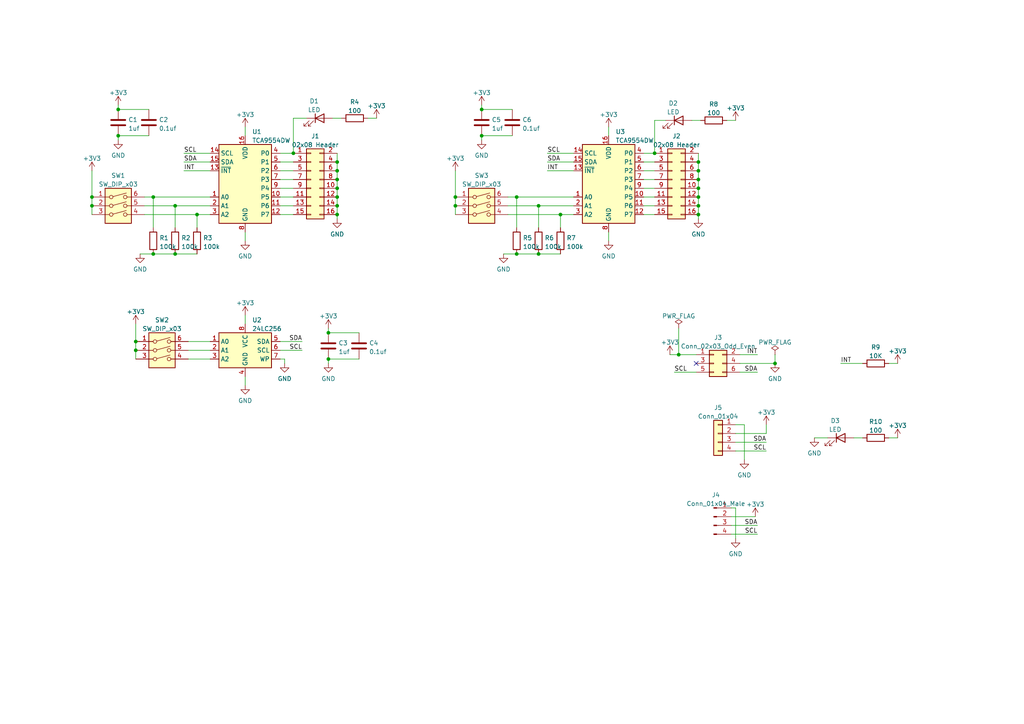
<source format=kicad_sch>
(kicad_sch (version 20211123) (generator eeschema)

  (uuid 8c1a1a6c-92b5-4c40-bef7-cb4b9da65a93)

  (paper "A4")

  (lib_symbols
    (symbol "Connector:Conn_01x04_Male" (pin_names (offset 1.016) hide) (in_bom yes) (on_board yes)
      (property "Reference" "J" (id 0) (at 0 5.08 0)
        (effects (font (size 1.27 1.27)))
      )
      (property "Value" "Conn_01x04_Male" (id 1) (at 0 -7.62 0)
        (effects (font (size 1.27 1.27)))
      )
      (property "Footprint" "" (id 2) (at 0 0 0)
        (effects (font (size 1.27 1.27)) hide)
      )
      (property "Datasheet" "~" (id 3) (at 0 0 0)
        (effects (font (size 1.27 1.27)) hide)
      )
      (property "ki_keywords" "connector" (id 4) (at 0 0 0)
        (effects (font (size 1.27 1.27)) hide)
      )
      (property "ki_description" "Generic connector, single row, 01x04, script generated (kicad-library-utils/schlib/autogen/connector/)" (id 5) (at 0 0 0)
        (effects (font (size 1.27 1.27)) hide)
      )
      (property "ki_fp_filters" "Connector*:*_1x??_*" (id 6) (at 0 0 0)
        (effects (font (size 1.27 1.27)) hide)
      )
      (symbol "Conn_01x04_Male_1_1"
        (polyline
          (pts
            (xy 1.27 -5.08)
            (xy 0.8636 -5.08)
          )
          (stroke (width 0.1524) (type default) (color 0 0 0 0))
          (fill (type none))
        )
        (polyline
          (pts
            (xy 1.27 -2.54)
            (xy 0.8636 -2.54)
          )
          (stroke (width 0.1524) (type default) (color 0 0 0 0))
          (fill (type none))
        )
        (polyline
          (pts
            (xy 1.27 0)
            (xy 0.8636 0)
          )
          (stroke (width 0.1524) (type default) (color 0 0 0 0))
          (fill (type none))
        )
        (polyline
          (pts
            (xy 1.27 2.54)
            (xy 0.8636 2.54)
          )
          (stroke (width 0.1524) (type default) (color 0 0 0 0))
          (fill (type none))
        )
        (rectangle (start 0.8636 -4.953) (end 0 -5.207)
          (stroke (width 0.1524) (type default) (color 0 0 0 0))
          (fill (type outline))
        )
        (rectangle (start 0.8636 -2.413) (end 0 -2.667)
          (stroke (width 0.1524) (type default) (color 0 0 0 0))
          (fill (type outline))
        )
        (rectangle (start 0.8636 0.127) (end 0 -0.127)
          (stroke (width 0.1524) (type default) (color 0 0 0 0))
          (fill (type outline))
        )
        (rectangle (start 0.8636 2.667) (end 0 2.413)
          (stroke (width 0.1524) (type default) (color 0 0 0 0))
          (fill (type outline))
        )
        (pin passive line (at 5.08 2.54 180) (length 3.81)
          (name "Pin_1" (effects (font (size 1.27 1.27))))
          (number "1" (effects (font (size 1.27 1.27))))
        )
        (pin passive line (at 5.08 0 180) (length 3.81)
          (name "Pin_2" (effects (font (size 1.27 1.27))))
          (number "2" (effects (font (size 1.27 1.27))))
        )
        (pin passive line (at 5.08 -2.54 180) (length 3.81)
          (name "Pin_3" (effects (font (size 1.27 1.27))))
          (number "3" (effects (font (size 1.27 1.27))))
        )
        (pin passive line (at 5.08 -5.08 180) (length 3.81)
          (name "Pin_4" (effects (font (size 1.27 1.27))))
          (number "4" (effects (font (size 1.27 1.27))))
        )
      )
    )
    (symbol "Connector_Generic:Conn_01x04" (pin_names (offset 1.016) hide) (in_bom yes) (on_board yes)
      (property "Reference" "J" (id 0) (at 0 5.08 0)
        (effects (font (size 1.27 1.27)))
      )
      (property "Value" "Conn_01x04" (id 1) (at 0 -7.62 0)
        (effects (font (size 1.27 1.27)))
      )
      (property "Footprint" "" (id 2) (at 0 0 0)
        (effects (font (size 1.27 1.27)) hide)
      )
      (property "Datasheet" "~" (id 3) (at 0 0 0)
        (effects (font (size 1.27 1.27)) hide)
      )
      (property "ki_keywords" "connector" (id 4) (at 0 0 0)
        (effects (font (size 1.27 1.27)) hide)
      )
      (property "ki_description" "Generic connector, single row, 01x04, script generated (kicad-library-utils/schlib/autogen/connector/)" (id 5) (at 0 0 0)
        (effects (font (size 1.27 1.27)) hide)
      )
      (property "ki_fp_filters" "Connector*:*_1x??_*" (id 6) (at 0 0 0)
        (effects (font (size 1.27 1.27)) hide)
      )
      (symbol "Conn_01x04_1_1"
        (rectangle (start -1.27 -4.953) (end 0 -5.207)
          (stroke (width 0.1524) (type default) (color 0 0 0 0))
          (fill (type none))
        )
        (rectangle (start -1.27 -2.413) (end 0 -2.667)
          (stroke (width 0.1524) (type default) (color 0 0 0 0))
          (fill (type none))
        )
        (rectangle (start -1.27 0.127) (end 0 -0.127)
          (stroke (width 0.1524) (type default) (color 0 0 0 0))
          (fill (type none))
        )
        (rectangle (start -1.27 2.667) (end 0 2.413)
          (stroke (width 0.1524) (type default) (color 0 0 0 0))
          (fill (type none))
        )
        (rectangle (start -1.27 3.81) (end 1.27 -6.35)
          (stroke (width 0.254) (type default) (color 0 0 0 0))
          (fill (type background))
        )
        (pin passive line (at -5.08 2.54 0) (length 3.81)
          (name "Pin_1" (effects (font (size 1.27 1.27))))
          (number "1" (effects (font (size 1.27 1.27))))
        )
        (pin passive line (at -5.08 0 0) (length 3.81)
          (name "Pin_2" (effects (font (size 1.27 1.27))))
          (number "2" (effects (font (size 1.27 1.27))))
        )
        (pin passive line (at -5.08 -2.54 0) (length 3.81)
          (name "Pin_3" (effects (font (size 1.27 1.27))))
          (number "3" (effects (font (size 1.27 1.27))))
        )
        (pin passive line (at -5.08 -5.08 0) (length 3.81)
          (name "Pin_4" (effects (font (size 1.27 1.27))))
          (number "4" (effects (font (size 1.27 1.27))))
        )
      )
    )
    (symbol "Connector_Generic:Conn_02x03_Odd_Even" (pin_names (offset 1.016) hide) (in_bom yes) (on_board yes)
      (property "Reference" "J" (id 0) (at 1.27 5.08 0)
        (effects (font (size 1.27 1.27)))
      )
      (property "Value" "Conn_02x03_Odd_Even" (id 1) (at 1.27 -5.08 0)
        (effects (font (size 1.27 1.27)))
      )
      (property "Footprint" "" (id 2) (at 0 0 0)
        (effects (font (size 1.27 1.27)) hide)
      )
      (property "Datasheet" "~" (id 3) (at 0 0 0)
        (effects (font (size 1.27 1.27)) hide)
      )
      (property "ki_keywords" "connector" (id 4) (at 0 0 0)
        (effects (font (size 1.27 1.27)) hide)
      )
      (property "ki_description" "Generic connector, double row, 02x03, odd/even pin numbering scheme (row 1 odd numbers, row 2 even numbers), script generated (kicad-library-utils/schlib/autogen/connector/)" (id 5) (at 0 0 0)
        (effects (font (size 1.27 1.27)) hide)
      )
      (property "ki_fp_filters" "Connector*:*_2x??_*" (id 6) (at 0 0 0)
        (effects (font (size 1.27 1.27)) hide)
      )
      (symbol "Conn_02x03_Odd_Even_1_1"
        (rectangle (start -1.27 -2.413) (end 0 -2.667)
          (stroke (width 0.1524) (type default) (color 0 0 0 0))
          (fill (type none))
        )
        (rectangle (start -1.27 0.127) (end 0 -0.127)
          (stroke (width 0.1524) (type default) (color 0 0 0 0))
          (fill (type none))
        )
        (rectangle (start -1.27 2.667) (end 0 2.413)
          (stroke (width 0.1524) (type default) (color 0 0 0 0))
          (fill (type none))
        )
        (rectangle (start -1.27 3.81) (end 3.81 -3.81)
          (stroke (width 0.254) (type default) (color 0 0 0 0))
          (fill (type background))
        )
        (rectangle (start 3.81 -2.413) (end 2.54 -2.667)
          (stroke (width 0.1524) (type default) (color 0 0 0 0))
          (fill (type none))
        )
        (rectangle (start 3.81 0.127) (end 2.54 -0.127)
          (stroke (width 0.1524) (type default) (color 0 0 0 0))
          (fill (type none))
        )
        (rectangle (start 3.81 2.667) (end 2.54 2.413)
          (stroke (width 0.1524) (type default) (color 0 0 0 0))
          (fill (type none))
        )
        (pin passive line (at -5.08 2.54 0) (length 3.81)
          (name "Pin_1" (effects (font (size 1.27 1.27))))
          (number "1" (effects (font (size 1.27 1.27))))
        )
        (pin passive line (at 7.62 2.54 180) (length 3.81)
          (name "Pin_2" (effects (font (size 1.27 1.27))))
          (number "2" (effects (font (size 1.27 1.27))))
        )
        (pin passive line (at -5.08 0 0) (length 3.81)
          (name "Pin_3" (effects (font (size 1.27 1.27))))
          (number "3" (effects (font (size 1.27 1.27))))
        )
        (pin passive line (at 7.62 0 180) (length 3.81)
          (name "Pin_4" (effects (font (size 1.27 1.27))))
          (number "4" (effects (font (size 1.27 1.27))))
        )
        (pin passive line (at -5.08 -2.54 0) (length 3.81)
          (name "Pin_5" (effects (font (size 1.27 1.27))))
          (number "5" (effects (font (size 1.27 1.27))))
        )
        (pin passive line (at 7.62 -2.54 180) (length 3.81)
          (name "Pin_6" (effects (font (size 1.27 1.27))))
          (number "6" (effects (font (size 1.27 1.27))))
        )
      )
    )
    (symbol "Connector_Generic:Conn_02x08_Odd_Even" (pin_names (offset 1.016) hide) (in_bom yes) (on_board yes)
      (property "Reference" "J" (id 0) (at 1.27 10.16 0)
        (effects (font (size 1.27 1.27)))
      )
      (property "Value" "Conn_02x08_Odd_Even" (id 1) (at 1.27 -12.7 0)
        (effects (font (size 1.27 1.27)))
      )
      (property "Footprint" "" (id 2) (at 0 0 0)
        (effects (font (size 1.27 1.27)) hide)
      )
      (property "Datasheet" "~" (id 3) (at 0 0 0)
        (effects (font (size 1.27 1.27)) hide)
      )
      (property "ki_keywords" "connector" (id 4) (at 0 0 0)
        (effects (font (size 1.27 1.27)) hide)
      )
      (property "ki_description" "Generic connector, double row, 02x08, odd/even pin numbering scheme (row 1 odd numbers, row 2 even numbers), script generated (kicad-library-utils/schlib/autogen/connector/)" (id 5) (at 0 0 0)
        (effects (font (size 1.27 1.27)) hide)
      )
      (property "ki_fp_filters" "Connector*:*_2x??_*" (id 6) (at 0 0 0)
        (effects (font (size 1.27 1.27)) hide)
      )
      (symbol "Conn_02x08_Odd_Even_1_1"
        (rectangle (start -1.27 -10.033) (end 0 -10.287)
          (stroke (width 0.1524) (type default) (color 0 0 0 0))
          (fill (type none))
        )
        (rectangle (start -1.27 -7.493) (end 0 -7.747)
          (stroke (width 0.1524) (type default) (color 0 0 0 0))
          (fill (type none))
        )
        (rectangle (start -1.27 -4.953) (end 0 -5.207)
          (stroke (width 0.1524) (type default) (color 0 0 0 0))
          (fill (type none))
        )
        (rectangle (start -1.27 -2.413) (end 0 -2.667)
          (stroke (width 0.1524) (type default) (color 0 0 0 0))
          (fill (type none))
        )
        (rectangle (start -1.27 0.127) (end 0 -0.127)
          (stroke (width 0.1524) (type default) (color 0 0 0 0))
          (fill (type none))
        )
        (rectangle (start -1.27 2.667) (end 0 2.413)
          (stroke (width 0.1524) (type default) (color 0 0 0 0))
          (fill (type none))
        )
        (rectangle (start -1.27 5.207) (end 0 4.953)
          (stroke (width 0.1524) (type default) (color 0 0 0 0))
          (fill (type none))
        )
        (rectangle (start -1.27 7.747) (end 0 7.493)
          (stroke (width 0.1524) (type default) (color 0 0 0 0))
          (fill (type none))
        )
        (rectangle (start -1.27 8.89) (end 3.81 -11.43)
          (stroke (width 0.254) (type default) (color 0 0 0 0))
          (fill (type background))
        )
        (rectangle (start 3.81 -10.033) (end 2.54 -10.287)
          (stroke (width 0.1524) (type default) (color 0 0 0 0))
          (fill (type none))
        )
        (rectangle (start 3.81 -7.493) (end 2.54 -7.747)
          (stroke (width 0.1524) (type default) (color 0 0 0 0))
          (fill (type none))
        )
        (rectangle (start 3.81 -4.953) (end 2.54 -5.207)
          (stroke (width 0.1524) (type default) (color 0 0 0 0))
          (fill (type none))
        )
        (rectangle (start 3.81 -2.413) (end 2.54 -2.667)
          (stroke (width 0.1524) (type default) (color 0 0 0 0))
          (fill (type none))
        )
        (rectangle (start 3.81 0.127) (end 2.54 -0.127)
          (stroke (width 0.1524) (type default) (color 0 0 0 0))
          (fill (type none))
        )
        (rectangle (start 3.81 2.667) (end 2.54 2.413)
          (stroke (width 0.1524) (type default) (color 0 0 0 0))
          (fill (type none))
        )
        (rectangle (start 3.81 5.207) (end 2.54 4.953)
          (stroke (width 0.1524) (type default) (color 0 0 0 0))
          (fill (type none))
        )
        (rectangle (start 3.81 7.747) (end 2.54 7.493)
          (stroke (width 0.1524) (type default) (color 0 0 0 0))
          (fill (type none))
        )
        (pin passive line (at -5.08 7.62 0) (length 3.81)
          (name "Pin_1" (effects (font (size 1.27 1.27))))
          (number "1" (effects (font (size 1.27 1.27))))
        )
        (pin passive line (at 7.62 -2.54 180) (length 3.81)
          (name "Pin_10" (effects (font (size 1.27 1.27))))
          (number "10" (effects (font (size 1.27 1.27))))
        )
        (pin passive line (at -5.08 -5.08 0) (length 3.81)
          (name "Pin_11" (effects (font (size 1.27 1.27))))
          (number "11" (effects (font (size 1.27 1.27))))
        )
        (pin passive line (at 7.62 -5.08 180) (length 3.81)
          (name "Pin_12" (effects (font (size 1.27 1.27))))
          (number "12" (effects (font (size 1.27 1.27))))
        )
        (pin passive line (at -5.08 -7.62 0) (length 3.81)
          (name "Pin_13" (effects (font (size 1.27 1.27))))
          (number "13" (effects (font (size 1.27 1.27))))
        )
        (pin passive line (at 7.62 -7.62 180) (length 3.81)
          (name "Pin_14" (effects (font (size 1.27 1.27))))
          (number "14" (effects (font (size 1.27 1.27))))
        )
        (pin passive line (at -5.08 -10.16 0) (length 3.81)
          (name "Pin_15" (effects (font (size 1.27 1.27))))
          (number "15" (effects (font (size 1.27 1.27))))
        )
        (pin passive line (at 7.62 -10.16 180) (length 3.81)
          (name "Pin_16" (effects (font (size 1.27 1.27))))
          (number "16" (effects (font (size 1.27 1.27))))
        )
        (pin passive line (at 7.62 7.62 180) (length 3.81)
          (name "Pin_2" (effects (font (size 1.27 1.27))))
          (number "2" (effects (font (size 1.27 1.27))))
        )
        (pin passive line (at -5.08 5.08 0) (length 3.81)
          (name "Pin_3" (effects (font (size 1.27 1.27))))
          (number "3" (effects (font (size 1.27 1.27))))
        )
        (pin passive line (at 7.62 5.08 180) (length 3.81)
          (name "Pin_4" (effects (font (size 1.27 1.27))))
          (number "4" (effects (font (size 1.27 1.27))))
        )
        (pin passive line (at -5.08 2.54 0) (length 3.81)
          (name "Pin_5" (effects (font (size 1.27 1.27))))
          (number "5" (effects (font (size 1.27 1.27))))
        )
        (pin passive line (at 7.62 2.54 180) (length 3.81)
          (name "Pin_6" (effects (font (size 1.27 1.27))))
          (number "6" (effects (font (size 1.27 1.27))))
        )
        (pin passive line (at -5.08 0 0) (length 3.81)
          (name "Pin_7" (effects (font (size 1.27 1.27))))
          (number "7" (effects (font (size 1.27 1.27))))
        )
        (pin passive line (at 7.62 0 180) (length 3.81)
          (name "Pin_8" (effects (font (size 1.27 1.27))))
          (number "8" (effects (font (size 1.27 1.27))))
        )
        (pin passive line (at -5.08 -2.54 0) (length 3.81)
          (name "Pin_9" (effects (font (size 1.27 1.27))))
          (number "9" (effects (font (size 1.27 1.27))))
        )
      )
    )
    (symbol "Device:C" (pin_numbers hide) (pin_names (offset 0.254)) (in_bom yes) (on_board yes)
      (property "Reference" "C" (id 0) (at 0.635 2.54 0)
        (effects (font (size 1.27 1.27)) (justify left))
      )
      (property "Value" "C" (id 1) (at 0.635 -2.54 0)
        (effects (font (size 1.27 1.27)) (justify left))
      )
      (property "Footprint" "" (id 2) (at 0.9652 -3.81 0)
        (effects (font (size 1.27 1.27)) hide)
      )
      (property "Datasheet" "~" (id 3) (at 0 0 0)
        (effects (font (size 1.27 1.27)) hide)
      )
      (property "ki_keywords" "cap capacitor" (id 4) (at 0 0 0)
        (effects (font (size 1.27 1.27)) hide)
      )
      (property "ki_description" "Unpolarized capacitor" (id 5) (at 0 0 0)
        (effects (font (size 1.27 1.27)) hide)
      )
      (property "ki_fp_filters" "C_*" (id 6) (at 0 0 0)
        (effects (font (size 1.27 1.27)) hide)
      )
      (symbol "C_0_1"
        (polyline
          (pts
            (xy -2.032 -0.762)
            (xy 2.032 -0.762)
          )
          (stroke (width 0.508) (type default) (color 0 0 0 0))
          (fill (type none))
        )
        (polyline
          (pts
            (xy -2.032 0.762)
            (xy 2.032 0.762)
          )
          (stroke (width 0.508) (type default) (color 0 0 0 0))
          (fill (type none))
        )
      )
      (symbol "C_1_1"
        (pin passive line (at 0 3.81 270) (length 2.794)
          (name "~" (effects (font (size 1.27 1.27))))
          (number "1" (effects (font (size 1.27 1.27))))
        )
        (pin passive line (at 0 -3.81 90) (length 2.794)
          (name "~" (effects (font (size 1.27 1.27))))
          (number "2" (effects (font (size 1.27 1.27))))
        )
      )
    )
    (symbol "Device:LED" (pin_numbers hide) (pin_names (offset 1.016) hide) (in_bom yes) (on_board yes)
      (property "Reference" "D" (id 0) (at 0 2.54 0)
        (effects (font (size 1.27 1.27)))
      )
      (property "Value" "LED" (id 1) (at 0 -2.54 0)
        (effects (font (size 1.27 1.27)))
      )
      (property "Footprint" "" (id 2) (at 0 0 0)
        (effects (font (size 1.27 1.27)) hide)
      )
      (property "Datasheet" "~" (id 3) (at 0 0 0)
        (effects (font (size 1.27 1.27)) hide)
      )
      (property "ki_keywords" "LED diode" (id 4) (at 0 0 0)
        (effects (font (size 1.27 1.27)) hide)
      )
      (property "ki_description" "Light emitting diode" (id 5) (at 0 0 0)
        (effects (font (size 1.27 1.27)) hide)
      )
      (property "ki_fp_filters" "LED* LED_SMD:* LED_THT:*" (id 6) (at 0 0 0)
        (effects (font (size 1.27 1.27)) hide)
      )
      (symbol "LED_0_1"
        (polyline
          (pts
            (xy -1.27 -1.27)
            (xy -1.27 1.27)
          )
          (stroke (width 0.254) (type default) (color 0 0 0 0))
          (fill (type none))
        )
        (polyline
          (pts
            (xy -1.27 0)
            (xy 1.27 0)
          )
          (stroke (width 0) (type default) (color 0 0 0 0))
          (fill (type none))
        )
        (polyline
          (pts
            (xy 1.27 -1.27)
            (xy 1.27 1.27)
            (xy -1.27 0)
            (xy 1.27 -1.27)
          )
          (stroke (width 0.254) (type default) (color 0 0 0 0))
          (fill (type none))
        )
        (polyline
          (pts
            (xy -3.048 -0.762)
            (xy -4.572 -2.286)
            (xy -3.81 -2.286)
            (xy -4.572 -2.286)
            (xy -4.572 -1.524)
          )
          (stroke (width 0) (type default) (color 0 0 0 0))
          (fill (type none))
        )
        (polyline
          (pts
            (xy -1.778 -0.762)
            (xy -3.302 -2.286)
            (xy -2.54 -2.286)
            (xy -3.302 -2.286)
            (xy -3.302 -1.524)
          )
          (stroke (width 0) (type default) (color 0 0 0 0))
          (fill (type none))
        )
      )
      (symbol "LED_1_1"
        (pin passive line (at -3.81 0 0) (length 2.54)
          (name "K" (effects (font (size 1.27 1.27))))
          (number "1" (effects (font (size 1.27 1.27))))
        )
        (pin passive line (at 3.81 0 180) (length 2.54)
          (name "A" (effects (font (size 1.27 1.27))))
          (number "2" (effects (font (size 1.27 1.27))))
        )
      )
    )
    (symbol "Device:R" (pin_numbers hide) (pin_names (offset 0)) (in_bom yes) (on_board yes)
      (property "Reference" "R" (id 0) (at 2.032 0 90)
        (effects (font (size 1.27 1.27)))
      )
      (property "Value" "R" (id 1) (at 0 0 90)
        (effects (font (size 1.27 1.27)))
      )
      (property "Footprint" "" (id 2) (at -1.778 0 90)
        (effects (font (size 1.27 1.27)) hide)
      )
      (property "Datasheet" "~" (id 3) (at 0 0 0)
        (effects (font (size 1.27 1.27)) hide)
      )
      (property "ki_keywords" "R res resistor" (id 4) (at 0 0 0)
        (effects (font (size 1.27 1.27)) hide)
      )
      (property "ki_description" "Resistor" (id 5) (at 0 0 0)
        (effects (font (size 1.27 1.27)) hide)
      )
      (property "ki_fp_filters" "R_*" (id 6) (at 0 0 0)
        (effects (font (size 1.27 1.27)) hide)
      )
      (symbol "R_0_1"
        (rectangle (start -1.016 -2.54) (end 1.016 2.54)
          (stroke (width 0.254) (type default) (color 0 0 0 0))
          (fill (type none))
        )
      )
      (symbol "R_1_1"
        (pin passive line (at 0 3.81 270) (length 1.27)
          (name "~" (effects (font (size 1.27 1.27))))
          (number "1" (effects (font (size 1.27 1.27))))
        )
        (pin passive line (at 0 -3.81 90) (length 1.27)
          (name "~" (effects (font (size 1.27 1.27))))
          (number "2" (effects (font (size 1.27 1.27))))
        )
      )
    )
    (symbol "Interface_Expansion:TCA9554DW" (in_bom yes) (on_board yes)
      (property "Reference" "U" (id 0) (at -7.62 11.43 0)
        (effects (font (size 1.27 1.27)) (justify left))
      )
      (property "Value" "TCA9554DW" (id 1) (at 2.54 11.43 0)
        (effects (font (size 1.27 1.27)) (justify left))
      )
      (property "Footprint" "Package_SO:SOIC-16W_7.5x10.3mm_P1.27mm" (id 2) (at 24.13 -13.97 0)
        (effects (font (size 1.27 1.27)) hide)
      )
      (property "Datasheet" "http://www.ti.com/lit/ds/symlink/tca9554.pdf" (id 3) (at 2.54 -2.54 0)
        (effects (font (size 1.27 1.27)) hide)
      )
      (property "ki_keywords" "SMBUS I2C Expander" (id 4) (at 0 0 0)
        (effects (font (size 1.27 1.27)) hide)
      )
      (property "ki_description" "8 Bit Port/Expander, I2C SMBUS, Interrupt output, SOIC-16" (id 5) (at 0 0 0)
        (effects (font (size 1.27 1.27)) hide)
      )
      (property "ki_fp_filters" "SOIC*7.5x10.3mm*P1.27mm*" (id 6) (at 0 0 0)
        (effects (font (size 1.27 1.27)) hide)
      )
      (symbol "TCA9554DW_0_1"
        (rectangle (start -7.62 -12.7) (end 7.62 10.16)
          (stroke (width 0.254) (type default) (color 0 0 0 0))
          (fill (type background))
        )
      )
      (symbol "TCA9554DW_1_1"
        (pin input line (at -10.16 -5.08 0) (length 2.54)
          (name "A0" (effects (font (size 1.27 1.27))))
          (number "1" (effects (font (size 1.27 1.27))))
        )
        (pin bidirectional line (at 10.16 -5.08 180) (length 2.54)
          (name "P5" (effects (font (size 1.27 1.27))))
          (number "10" (effects (font (size 1.27 1.27))))
        )
        (pin bidirectional line (at 10.16 -7.62 180) (length 2.54)
          (name "P6" (effects (font (size 1.27 1.27))))
          (number "11" (effects (font (size 1.27 1.27))))
        )
        (pin bidirectional line (at 10.16 -10.16 180) (length 2.54)
          (name "P7" (effects (font (size 1.27 1.27))))
          (number "12" (effects (font (size 1.27 1.27))))
        )
        (pin open_collector line (at -10.16 2.54 0) (length 2.54)
          (name "~{INT}" (effects (font (size 1.27 1.27))))
          (number "13" (effects (font (size 1.27 1.27))))
        )
        (pin input line (at -10.16 7.62 0) (length 2.54)
          (name "SCL" (effects (font (size 1.27 1.27))))
          (number "14" (effects (font (size 1.27 1.27))))
        )
        (pin bidirectional line (at -10.16 5.08 0) (length 2.54)
          (name "SDA" (effects (font (size 1.27 1.27))))
          (number "15" (effects (font (size 1.27 1.27))))
        )
        (pin power_in line (at 0 12.7 270) (length 2.54)
          (name "VDD" (effects (font (size 1.27 1.27))))
          (number "16" (effects (font (size 1.27 1.27))))
        )
        (pin input line (at -10.16 -7.62 0) (length 2.54)
          (name "A1" (effects (font (size 1.27 1.27))))
          (number "2" (effects (font (size 1.27 1.27))))
        )
        (pin input line (at -10.16 -10.16 0) (length 2.54)
          (name "A2" (effects (font (size 1.27 1.27))))
          (number "3" (effects (font (size 1.27 1.27))))
        )
        (pin bidirectional line (at 10.16 7.62 180) (length 2.54)
          (name "P0" (effects (font (size 1.27 1.27))))
          (number "4" (effects (font (size 1.27 1.27))))
        )
        (pin bidirectional line (at 10.16 5.08 180) (length 2.54)
          (name "P1" (effects (font (size 1.27 1.27))))
          (number "5" (effects (font (size 1.27 1.27))))
        )
        (pin bidirectional line (at 10.16 2.54 180) (length 2.54)
          (name "P2" (effects (font (size 1.27 1.27))))
          (number "6" (effects (font (size 1.27 1.27))))
        )
        (pin bidirectional line (at 10.16 0 180) (length 2.54)
          (name "P3" (effects (font (size 1.27 1.27))))
          (number "7" (effects (font (size 1.27 1.27))))
        )
        (pin power_in line (at 0 -15.24 90) (length 2.54)
          (name "GND" (effects (font (size 1.27 1.27))))
          (number "8" (effects (font (size 1.27 1.27))))
        )
        (pin bidirectional line (at 10.16 -2.54 180) (length 2.54)
          (name "P4" (effects (font (size 1.27 1.27))))
          (number "9" (effects (font (size 1.27 1.27))))
        )
      )
    )
    (symbol "Memory_EEPROM:24LC256" (in_bom yes) (on_board yes)
      (property "Reference" "U" (id 0) (at -6.35 6.35 0)
        (effects (font (size 1.27 1.27)))
      )
      (property "Value" "24LC256" (id 1) (at 1.27 6.35 0)
        (effects (font (size 1.27 1.27)) (justify left))
      )
      (property "Footprint" "" (id 2) (at 0 0 0)
        (effects (font (size 1.27 1.27)) hide)
      )
      (property "Datasheet" "http://ww1.microchip.com/downloads/en/devicedoc/21203m.pdf" (id 3) (at 0 0 0)
        (effects (font (size 1.27 1.27)) hide)
      )
      (property "ki_keywords" "I2C Serial EEPROM" (id 4) (at 0 0 0)
        (effects (font (size 1.27 1.27)) hide)
      )
      (property "ki_description" "I2C Serial EEPROM, 256Kb, DIP-8/SOIC-8/TSSOP-8/DFN-8" (id 5) (at 0 0 0)
        (effects (font (size 1.27 1.27)) hide)
      )
      (property "ki_fp_filters" "DIP*W7.62mm* SOIC*3.9x4.9mm* TSSOP*4.4x3mm*P0.65mm* DFN*3x2mm*P0.5mm*" (id 6) (at 0 0 0)
        (effects (font (size 1.27 1.27)) hide)
      )
      (symbol "24LC256_1_1"
        (rectangle (start -7.62 5.08) (end 7.62 -5.08)
          (stroke (width 0.254) (type default) (color 0 0 0 0))
          (fill (type background))
        )
        (pin input line (at -10.16 2.54 0) (length 2.54)
          (name "A0" (effects (font (size 1.27 1.27))))
          (number "1" (effects (font (size 1.27 1.27))))
        )
        (pin input line (at -10.16 0 0) (length 2.54)
          (name "A1" (effects (font (size 1.27 1.27))))
          (number "2" (effects (font (size 1.27 1.27))))
        )
        (pin input line (at -10.16 -2.54 0) (length 2.54)
          (name "A2" (effects (font (size 1.27 1.27))))
          (number "3" (effects (font (size 1.27 1.27))))
        )
        (pin power_in line (at 0 -7.62 90) (length 2.54)
          (name "GND" (effects (font (size 1.27 1.27))))
          (number "4" (effects (font (size 1.27 1.27))))
        )
        (pin bidirectional line (at 10.16 2.54 180) (length 2.54)
          (name "SDA" (effects (font (size 1.27 1.27))))
          (number "5" (effects (font (size 1.27 1.27))))
        )
        (pin input line (at 10.16 0 180) (length 2.54)
          (name "SCL" (effects (font (size 1.27 1.27))))
          (number "6" (effects (font (size 1.27 1.27))))
        )
        (pin input line (at 10.16 -2.54 180) (length 2.54)
          (name "WP" (effects (font (size 1.27 1.27))))
          (number "7" (effects (font (size 1.27 1.27))))
        )
        (pin power_in line (at 0 7.62 270) (length 2.54)
          (name "VCC" (effects (font (size 1.27 1.27))))
          (number "8" (effects (font (size 1.27 1.27))))
        )
      )
    )
    (symbol "Switch:SW_DIP_x03" (pin_names (offset 0) hide) (in_bom yes) (on_board yes)
      (property "Reference" "SW" (id 0) (at 0 8.89 0)
        (effects (font (size 1.27 1.27)))
      )
      (property "Value" "SW_DIP_x03" (id 1) (at 0 -3.81 0)
        (effects (font (size 1.27 1.27)))
      )
      (property "Footprint" "" (id 2) (at 0 0 0)
        (effects (font (size 1.27 1.27)) hide)
      )
      (property "Datasheet" "~" (id 3) (at 0 0 0)
        (effects (font (size 1.27 1.27)) hide)
      )
      (property "ki_keywords" "dip switch" (id 4) (at 0 0 0)
        (effects (font (size 1.27 1.27)) hide)
      )
      (property "ki_description" "3x DIP Switch, Single Pole Single Throw (SPST) switch, small symbol" (id 5) (at 0 0 0)
        (effects (font (size 1.27 1.27)) hide)
      )
      (property "ki_fp_filters" "SW?DIP?x3*" (id 6) (at 0 0 0)
        (effects (font (size 1.27 1.27)) hide)
      )
      (symbol "SW_DIP_x03_0_0"
        (circle (center -2.032 0) (radius 0.508)
          (stroke (width 0) (type default) (color 0 0 0 0))
          (fill (type none))
        )
        (circle (center -2.032 2.54) (radius 0.508)
          (stroke (width 0) (type default) (color 0 0 0 0))
          (fill (type none))
        )
        (circle (center -2.032 5.08) (radius 0.508)
          (stroke (width 0) (type default) (color 0 0 0 0))
          (fill (type none))
        )
        (polyline
          (pts
            (xy -1.524 0.127)
            (xy 2.3622 1.1684)
          )
          (stroke (width 0) (type default) (color 0 0 0 0))
          (fill (type none))
        )
        (polyline
          (pts
            (xy -1.524 2.667)
            (xy 2.3622 3.7084)
          )
          (stroke (width 0) (type default) (color 0 0 0 0))
          (fill (type none))
        )
        (polyline
          (pts
            (xy -1.524 5.207)
            (xy 2.3622 6.2484)
          )
          (stroke (width 0) (type default) (color 0 0 0 0))
          (fill (type none))
        )
        (circle (center 2.032 0) (radius 0.508)
          (stroke (width 0) (type default) (color 0 0 0 0))
          (fill (type none))
        )
        (circle (center 2.032 2.54) (radius 0.508)
          (stroke (width 0) (type default) (color 0 0 0 0))
          (fill (type none))
        )
        (circle (center 2.032 5.08) (radius 0.508)
          (stroke (width 0) (type default) (color 0 0 0 0))
          (fill (type none))
        )
      )
      (symbol "SW_DIP_x03_0_1"
        (rectangle (start -3.81 7.62) (end 3.81 -2.54)
          (stroke (width 0.254) (type default) (color 0 0 0 0))
          (fill (type background))
        )
      )
      (symbol "SW_DIP_x03_1_1"
        (pin passive line (at -7.62 5.08 0) (length 5.08)
          (name "~" (effects (font (size 1.27 1.27))))
          (number "1" (effects (font (size 1.27 1.27))))
        )
        (pin passive line (at -7.62 2.54 0) (length 5.08)
          (name "~" (effects (font (size 1.27 1.27))))
          (number "2" (effects (font (size 1.27 1.27))))
        )
        (pin passive line (at -7.62 0 0) (length 5.08)
          (name "~" (effects (font (size 1.27 1.27))))
          (number "3" (effects (font (size 1.27 1.27))))
        )
        (pin passive line (at 7.62 0 180) (length 5.08)
          (name "~" (effects (font (size 1.27 1.27))))
          (number "4" (effects (font (size 1.27 1.27))))
        )
        (pin passive line (at 7.62 2.54 180) (length 5.08)
          (name "~" (effects (font (size 1.27 1.27))))
          (number "5" (effects (font (size 1.27 1.27))))
        )
        (pin passive line (at 7.62 5.08 180) (length 5.08)
          (name "~" (effects (font (size 1.27 1.27))))
          (number "6" (effects (font (size 1.27 1.27))))
        )
      )
    )
    (symbol "power:+3V3" (power) (pin_names (offset 0)) (in_bom yes) (on_board yes)
      (property "Reference" "#PWR" (id 0) (at 0 -3.81 0)
        (effects (font (size 1.27 1.27)) hide)
      )
      (property "Value" "+3V3" (id 1) (at 0 3.556 0)
        (effects (font (size 1.27 1.27)))
      )
      (property "Footprint" "" (id 2) (at 0 0 0)
        (effects (font (size 1.27 1.27)) hide)
      )
      (property "Datasheet" "" (id 3) (at 0 0 0)
        (effects (font (size 1.27 1.27)) hide)
      )
      (property "ki_keywords" "power-flag" (id 4) (at 0 0 0)
        (effects (font (size 1.27 1.27)) hide)
      )
      (property "ki_description" "Power symbol creates a global label with name \"+3V3\"" (id 5) (at 0 0 0)
        (effects (font (size 1.27 1.27)) hide)
      )
      (symbol "+3V3_0_1"
        (polyline
          (pts
            (xy -0.762 1.27)
            (xy 0 2.54)
          )
          (stroke (width 0) (type default) (color 0 0 0 0))
          (fill (type none))
        )
        (polyline
          (pts
            (xy 0 0)
            (xy 0 2.54)
          )
          (stroke (width 0) (type default) (color 0 0 0 0))
          (fill (type none))
        )
        (polyline
          (pts
            (xy 0 2.54)
            (xy 0.762 1.27)
          )
          (stroke (width 0) (type default) (color 0 0 0 0))
          (fill (type none))
        )
      )
      (symbol "+3V3_1_1"
        (pin power_in line (at 0 0 90) (length 0) hide
          (name "+3V3" (effects (font (size 1.27 1.27))))
          (number "1" (effects (font (size 1.27 1.27))))
        )
      )
    )
    (symbol "power:GND" (power) (pin_names (offset 0)) (in_bom yes) (on_board yes)
      (property "Reference" "#PWR" (id 0) (at 0 -6.35 0)
        (effects (font (size 1.27 1.27)) hide)
      )
      (property "Value" "GND" (id 1) (at 0 -3.81 0)
        (effects (font (size 1.27 1.27)))
      )
      (property "Footprint" "" (id 2) (at 0 0 0)
        (effects (font (size 1.27 1.27)) hide)
      )
      (property "Datasheet" "" (id 3) (at 0 0 0)
        (effects (font (size 1.27 1.27)) hide)
      )
      (property "ki_keywords" "power-flag" (id 4) (at 0 0 0)
        (effects (font (size 1.27 1.27)) hide)
      )
      (property "ki_description" "Power symbol creates a global label with name \"GND\" , ground" (id 5) (at 0 0 0)
        (effects (font (size 1.27 1.27)) hide)
      )
      (symbol "GND_0_1"
        (polyline
          (pts
            (xy 0 0)
            (xy 0 -1.27)
            (xy 1.27 -1.27)
            (xy 0 -2.54)
            (xy -1.27 -1.27)
            (xy 0 -1.27)
          )
          (stroke (width 0) (type default) (color 0 0 0 0))
          (fill (type none))
        )
      )
      (symbol "GND_1_1"
        (pin power_in line (at 0 0 270) (length 0) hide
          (name "GND" (effects (font (size 1.27 1.27))))
          (number "1" (effects (font (size 1.27 1.27))))
        )
      )
    )
    (symbol "power:PWR_FLAG" (power) (pin_numbers hide) (pin_names (offset 0) hide) (in_bom yes) (on_board yes)
      (property "Reference" "#FLG" (id 0) (at 0 1.905 0)
        (effects (font (size 1.27 1.27)) hide)
      )
      (property "Value" "PWR_FLAG" (id 1) (at 0 3.81 0)
        (effects (font (size 1.27 1.27)))
      )
      (property "Footprint" "" (id 2) (at 0 0 0)
        (effects (font (size 1.27 1.27)) hide)
      )
      (property "Datasheet" "~" (id 3) (at 0 0 0)
        (effects (font (size 1.27 1.27)) hide)
      )
      (property "ki_keywords" "power-flag" (id 4) (at 0 0 0)
        (effects (font (size 1.27 1.27)) hide)
      )
      (property "ki_description" "Special symbol for telling ERC where power comes from" (id 5) (at 0 0 0)
        (effects (font (size 1.27 1.27)) hide)
      )
      (symbol "PWR_FLAG_0_0"
        (pin power_out line (at 0 0 90) (length 0)
          (name "pwr" (effects (font (size 1.27 1.27))))
          (number "1" (effects (font (size 1.27 1.27))))
        )
      )
      (symbol "PWR_FLAG_0_1"
        (polyline
          (pts
            (xy 0 0)
            (xy 0 1.27)
            (xy -1.016 1.905)
            (xy 0 2.54)
            (xy 1.016 1.905)
            (xy 0 1.27)
          )
          (stroke (width 0) (type default) (color 0 0 0 0))
          (fill (type none))
        )
      )
    )
  )

  (junction (at 202.565 59.69) (diameter 0) (color 0 0 0 0)
    (uuid 02871173-4aa3-4119-a212-80a19d826321)
  )
  (junction (at 44.45 57.15) (diameter 0) (color 0 0 0 0)
    (uuid 0bbab034-532e-4876-9265-5096d998c11c)
  )
  (junction (at 95.25 96.52) (diameter 0) (color 0 0 0 0)
    (uuid 1f55d550-125e-495d-a1d8-2a537733ccf9)
  )
  (junction (at 97.79 46.99) (diameter 0) (color 0 0 0 0)
    (uuid 27c3b7ae-fc64-4ee9-971e-094c4d666744)
  )
  (junction (at 39.37 99.06) (diameter 0) (color 0 0 0 0)
    (uuid 28d4bac0-0126-4623-9ed6-244f56f62c02)
  )
  (junction (at 162.56 62.23) (diameter 0) (color 0 0 0 0)
    (uuid 3cbdf9b8-d5dd-4882-a4a5-873ff0208491)
  )
  (junction (at 95.25 104.14) (diameter 0) (color 0 0 0 0)
    (uuid 3ea1ef5e-3813-4c57-86ad-f2d04462e1e5)
  )
  (junction (at 202.565 52.07) (diameter 0) (color 0 0 0 0)
    (uuid 49af55a0-87d5-4d30-8d49-6bad27ed8482)
  )
  (junction (at 39.37 101.6) (diameter 0) (color 0 0 0 0)
    (uuid 512e20dd-3053-4078-9817-e7a5c4e1b031)
  )
  (junction (at 34.29 39.37) (diameter 0) (color 0 0 0 0)
    (uuid 5715e159-acf1-41d6-a677-a20170e3dda7)
  )
  (junction (at 202.565 49.53) (diameter 0) (color 0 0 0 0)
    (uuid 59a48a06-55bd-4d16-a6a4-27996460b93b)
  )
  (junction (at 224.79 105.41) (diameter 0) (color 0 0 0 0)
    (uuid 5c1e0897-338b-400c-8982-80633ebdd037)
  )
  (junction (at 26.67 59.69) (diameter 0) (color 0 0 0 0)
    (uuid 6db90289-aae9-4627-910b-83ba38c46a00)
  )
  (junction (at 139.7 31.75) (diameter 0) (color 0 0 0 0)
    (uuid 6f78cb61-5a06-4028-a7c7-add71d31a7d2)
  )
  (junction (at 85.09 44.45) (diameter 0) (color 0 0 0 0)
    (uuid 79f84d61-cc00-4592-8f06-18acda7b043d)
  )
  (junction (at 50.8 73.66) (diameter 0) (color 0 0 0 0)
    (uuid 7d5ad0bf-fe3b-40fb-a09c-14a7134ee138)
  )
  (junction (at 202.565 54.61) (diameter 0) (color 0 0 0 0)
    (uuid 7d728bba-2dfd-426b-afb8-c840c0ab8c16)
  )
  (junction (at 97.79 52.07) (diameter 0) (color 0 0 0 0)
    (uuid 7f9fb60e-ae0d-4837-81ab-5e5313665fe1)
  )
  (junction (at 34.29 31.75) (diameter 0) (color 0 0 0 0)
    (uuid 8bbf0ec5-59a1-4c49-8d3c-596092adaaff)
  )
  (junction (at 202.565 62.23) (diameter 0) (color 0 0 0 0)
    (uuid 90f7ee83-c4e7-4dc4-a089-251070b65f22)
  )
  (junction (at 97.79 54.61) (diameter 0) (color 0 0 0 0)
    (uuid 982c948c-10e5-434f-859b-22602c834aa9)
  )
  (junction (at 139.7 39.37) (diameter 0) (color 0 0 0 0)
    (uuid 9c91904b-9606-440b-b1d6-baff356b50ec)
  )
  (junction (at 156.21 73.66) (diameter 0) (color 0 0 0 0)
    (uuid 9e00aa96-106a-4c64-a78c-460aff51e37c)
  )
  (junction (at 97.79 59.69) (diameter 0) (color 0 0 0 0)
    (uuid a29ab8b2-c406-42a0-8928-b2ec4e0e6496)
  )
  (junction (at 196.85 102.87) (diameter 0) (color 0 0 0 0)
    (uuid a393380d-9768-4427-9639-63fbddc971eb)
  )
  (junction (at 202.565 57.15) (diameter 0) (color 0 0 0 0)
    (uuid a98fb97e-4ffa-4ff4-b81f-ff4fa6724884)
  )
  (junction (at 132.08 57.15) (diameter 0) (color 0 0 0 0)
    (uuid ac8edeb7-b0b0-476d-aa11-f2a18be433e5)
  )
  (junction (at 202.565 46.99) (diameter 0) (color 0 0 0 0)
    (uuid b9c12896-7b73-457c-a206-b69325e311ac)
  )
  (junction (at 97.79 49.53) (diameter 0) (color 0 0 0 0)
    (uuid ba0d7cbd-a65a-42dc-a170-6276f5d95554)
  )
  (junction (at 149.86 73.66) (diameter 0) (color 0 0 0 0)
    (uuid be944fa8-d3b8-4793-8a6b-933fd1551768)
  )
  (junction (at 26.67 57.15) (diameter 0) (color 0 0 0 0)
    (uuid c8731383-8fda-45f6-a99c-2548ca71144a)
  )
  (junction (at 57.15 62.23) (diameter 0) (color 0 0 0 0)
    (uuid cba0737e-38d4-465b-9cc1-63cf7891a116)
  )
  (junction (at 44.45 73.66) (diameter 0) (color 0 0 0 0)
    (uuid cfe03633-3c8a-4bb1-9970-6743426fafb4)
  )
  (junction (at 189.865 44.45) (diameter 0) (color 0 0 0 0)
    (uuid d07becc1-77d3-4f14-8c98-fd19412725c9)
  )
  (junction (at 149.86 57.15) (diameter 0) (color 0 0 0 0)
    (uuid d081000f-c3ff-4775-b67b-2d707e762320)
  )
  (junction (at 132.08 59.69) (diameter 0) (color 0 0 0 0)
    (uuid d6c6fd54-ed5e-4efd-8cbd-6f9a1989fe91)
  )
  (junction (at 50.8 59.69) (diameter 0) (color 0 0 0 0)
    (uuid d6efba9f-d0d7-4529-9601-2c1bfd41e375)
  )
  (junction (at 97.79 57.15) (diameter 0) (color 0 0 0 0)
    (uuid db117425-a83c-4ff9-8eb5-2819331024d2)
  )
  (junction (at 97.79 62.23) (diameter 0) (color 0 0 0 0)
    (uuid dc1202b5-38a1-45de-b38a-4d9fd3d02016)
  )
  (junction (at 156.21 59.69) (diameter 0) (color 0 0 0 0)
    (uuid fda38133-fe1e-497f-9951-fa0a901a3756)
  )

  (no_connect (at 201.93 105.41) (uuid 1f5223f2-1b1f-4f50-baf3-06368616373e))

  (wire (pts (xy 81.28 59.69) (xy 85.09 59.69))
    (stroke (width 0) (type default) (color 0 0 0 0))
    (uuid 018a44d1-38a9-4d7b-8d27-b1c280a101aa)
  )
  (wire (pts (xy 50.8 73.66) (xy 57.15 73.66))
    (stroke (width 0) (type default) (color 0 0 0 0))
    (uuid 0213f745-58fa-4c0b-b50b-0149650bcb1d)
  )
  (wire (pts (xy 186.69 54.61) (xy 189.865 54.61))
    (stroke (width 0) (type default) (color 0 0 0 0))
    (uuid 02dec34a-f8a4-4b37-bf99-adf8ba463f64)
  )
  (wire (pts (xy 236.22 127) (xy 240.03 127))
    (stroke (width 0) (type default) (color 0 0 0 0))
    (uuid 03d63ac6-66b5-4b99-b814-d2f189cd0fb9)
  )
  (wire (pts (xy 39.37 101.6) (xy 39.37 104.14))
    (stroke (width 0) (type default) (color 0 0 0 0))
    (uuid 042c1d9c-ca06-4252-8689-b76e1cc9a39a)
  )
  (wire (pts (xy 97.79 59.69) (xy 97.79 62.23))
    (stroke (width 0) (type default) (color 0 0 0 0))
    (uuid 062f4d1a-9858-4a78-83eb-1b574bde49e6)
  )
  (wire (pts (xy 224.79 102.87) (xy 224.79 105.41))
    (stroke (width 0) (type default) (color 0 0 0 0))
    (uuid 08b44f07-a739-4086-ae01-ba6eca244a19)
  )
  (wire (pts (xy 81.28 101.6) (xy 87.63 101.6))
    (stroke (width 0) (type default) (color 0 0 0 0))
    (uuid 0db43e02-b09a-4207-9258-8d274e65d47b)
  )
  (wire (pts (xy 162.56 62.23) (xy 162.56 66.04))
    (stroke (width 0) (type default) (color 0 0 0 0))
    (uuid 0e025423-3fe8-4d14-a558-00da079968b9)
  )
  (wire (pts (xy 139.7 39.37) (xy 148.59 39.37))
    (stroke (width 0) (type default) (color 0 0 0 0))
    (uuid 0e7bcbd0-c7df-49d6-a0cb-af9556e604b4)
  )
  (wire (pts (xy 44.45 73.66) (xy 50.8 73.66))
    (stroke (width 0) (type default) (color 0 0 0 0))
    (uuid 10562aac-4e97-4a12-afd6-0e38b94e561d)
  )
  (wire (pts (xy 213.36 147.32) (xy 212.09 147.32))
    (stroke (width 0) (type default) (color 0 0 0 0))
    (uuid 11270dd2-c6a5-4690-a3cd-38a72374eeb2)
  )
  (wire (pts (xy 34.29 31.75) (xy 43.18 31.75))
    (stroke (width 0) (type default) (color 0 0 0 0))
    (uuid 16996884-4e94-42cb-bdfc-beb8e405351e)
  )
  (wire (pts (xy 53.34 49.53) (xy 60.96 49.53))
    (stroke (width 0) (type default) (color 0 0 0 0))
    (uuid 185c298c-0d6d-48f3-a5da-d26001b73a4a)
  )
  (wire (pts (xy 34.29 39.37) (xy 43.18 39.37))
    (stroke (width 0) (type default) (color 0 0 0 0))
    (uuid 19765548-a686-4047-902e-32fe127dd211)
  )
  (wire (pts (xy 39.37 93.98) (xy 39.37 99.06))
    (stroke (width 0) (type default) (color 0 0 0 0))
    (uuid 19a5e4ed-4080-4f79-9a05-95ab5379a086)
  )
  (wire (pts (xy 26.67 59.69) (xy 26.67 62.23))
    (stroke (width 0) (type default) (color 0 0 0 0))
    (uuid 1b22296c-2837-4545-b759-a435d6be1cfb)
  )
  (wire (pts (xy 243.84 105.41) (xy 250.19 105.41))
    (stroke (width 0) (type default) (color 0 0 0 0))
    (uuid 1c132f8b-000b-4f7c-af7f-d726ecf30350)
  )
  (wire (pts (xy 85.09 34.29) (xy 85.09 44.45))
    (stroke (width 0) (type default) (color 0 0 0 0))
    (uuid 1c835c75-be33-4554-b921-98102a0270bc)
  )
  (wire (pts (xy 139.7 31.75) (xy 148.59 31.75))
    (stroke (width 0) (type default) (color 0 0 0 0))
    (uuid 1d8294f9-1729-40e1-b77e-74f8a6f01f0e)
  )
  (wire (pts (xy 95.25 95.25) (xy 95.25 96.52))
    (stroke (width 0) (type default) (color 0 0 0 0))
    (uuid 1dcf7759-7678-4ebc-a63b-8dc8425a626a)
  )
  (wire (pts (xy 71.12 109.22) (xy 71.12 111.76))
    (stroke (width 0) (type default) (color 0 0 0 0))
    (uuid 20d8f4ef-d420-4184-be3f-67c368665d37)
  )
  (wire (pts (xy 202.565 44.45) (xy 202.565 46.99))
    (stroke (width 0) (type default) (color 0 0 0 0))
    (uuid 20efff4d-3e5a-4908-b593-55fb35984bce)
  )
  (wire (pts (xy 97.79 52.07) (xy 97.79 54.61))
    (stroke (width 0) (type default) (color 0 0 0 0))
    (uuid 2899be77-4704-42a3-b5f3-597ce7737157)
  )
  (wire (pts (xy 257.81 105.41) (xy 260.35 105.41))
    (stroke (width 0) (type default) (color 0 0 0 0))
    (uuid 2d04c6c2-f6a7-43d7-abcd-67f87230f8fa)
  )
  (wire (pts (xy 50.8 59.69) (xy 60.96 59.69))
    (stroke (width 0) (type default) (color 0 0 0 0))
    (uuid 2f4be9f0-f42c-468d-a607-e1b98fdd1068)
  )
  (wire (pts (xy 34.29 39.37) (xy 34.29 40.64))
    (stroke (width 0) (type default) (color 0 0 0 0))
    (uuid 3000f0df-c3b3-46d4-9233-8b9c3baac3a1)
  )
  (wire (pts (xy 214.63 105.41) (xy 224.79 105.41))
    (stroke (width 0) (type default) (color 0 0 0 0))
    (uuid 31bc8557-ab3e-4dc0-b33e-1efbef1bdc2f)
  )
  (wire (pts (xy 41.91 62.23) (xy 57.15 62.23))
    (stroke (width 0) (type default) (color 0 0 0 0))
    (uuid 32118a46-1454-400b-96b2-262412f6bc40)
  )
  (wire (pts (xy 88.9 34.29) (xy 85.09 34.29))
    (stroke (width 0) (type default) (color 0 0 0 0))
    (uuid 340117a0-5e47-45c0-ac94-7589f757790b)
  )
  (wire (pts (xy 82.55 104.14) (xy 82.55 105.41))
    (stroke (width 0) (type default) (color 0 0 0 0))
    (uuid 34a86239-b34a-4251-ab1d-b6dc30bda98c)
  )
  (wire (pts (xy 81.28 49.53) (xy 85.09 49.53))
    (stroke (width 0) (type default) (color 0 0 0 0))
    (uuid 3650ac35-97ac-451a-869a-a4b291eb4812)
  )
  (wire (pts (xy 97.79 54.61) (xy 97.79 57.15))
    (stroke (width 0) (type default) (color 0 0 0 0))
    (uuid 372fe24a-c877-431d-bc6c-425586ba943f)
  )
  (wire (pts (xy 96.52 34.29) (xy 99.06 34.29))
    (stroke (width 0) (type default) (color 0 0 0 0))
    (uuid 3c66975e-5d24-4155-bab9-699423a34291)
  )
  (wire (pts (xy 186.69 57.15) (xy 189.865 57.15))
    (stroke (width 0) (type default) (color 0 0 0 0))
    (uuid 436f15ca-23bc-4ff8-bd3a-ae6f8c671930)
  )
  (wire (pts (xy 247.65 127) (xy 250.19 127))
    (stroke (width 0) (type default) (color 0 0 0 0))
    (uuid 460049c4-7c63-45b8-ba46-ce85ac7ca446)
  )
  (wire (pts (xy 71.12 91.44) (xy 71.12 93.98))
    (stroke (width 0) (type default) (color 0 0 0 0))
    (uuid 463cc5db-4fdd-4fc3-ba36-76ce355254be)
  )
  (wire (pts (xy 97.79 49.53) (xy 97.79 52.07))
    (stroke (width 0) (type default) (color 0 0 0 0))
    (uuid 49e2b29b-691d-4e2e-b285-78c2426f3a08)
  )
  (wire (pts (xy 81.28 52.07) (xy 85.09 52.07))
    (stroke (width 0) (type default) (color 0 0 0 0))
    (uuid 4a74f690-0825-45cb-b962-c121bfc86bb8)
  )
  (wire (pts (xy 212.09 154.94) (xy 219.71 154.94))
    (stroke (width 0) (type default) (color 0 0 0 0))
    (uuid 4b75c758-3c8d-4013-a746-35c638dd364b)
  )
  (wire (pts (xy 202.565 52.07) (xy 202.565 54.61))
    (stroke (width 0) (type default) (color 0 0 0 0))
    (uuid 4d33af68-e079-49d2-b246-6a76cc6b8f31)
  )
  (wire (pts (xy 132.08 59.69) (xy 132.08 62.23))
    (stroke (width 0) (type default) (color 0 0 0 0))
    (uuid 504a3c1c-db1d-4024-8e0d-0d677d964f27)
  )
  (wire (pts (xy 81.28 104.14) (xy 82.55 104.14))
    (stroke (width 0) (type default) (color 0 0 0 0))
    (uuid 535410fb-5052-4e20-97bd-630b286ab306)
  )
  (wire (pts (xy 34.29 30.48) (xy 34.29 31.75))
    (stroke (width 0) (type default) (color 0 0 0 0))
    (uuid 53657201-e833-4848-bf94-38c48fcad57f)
  )
  (wire (pts (xy 106.68 34.29) (xy 109.22 34.29))
    (stroke (width 0) (type default) (color 0 0 0 0))
    (uuid 538ed201-c425-4d6a-8661-7877f13c13a7)
  )
  (wire (pts (xy 202.565 62.23) (xy 202.565 63.5))
    (stroke (width 0) (type default) (color 0 0 0 0))
    (uuid 5430e3f3-a7fa-4e4c-bd7a-c7730d582280)
  )
  (wire (pts (xy 54.61 99.06) (xy 60.96 99.06))
    (stroke (width 0) (type default) (color 0 0 0 0))
    (uuid 5638a276-94f2-4ef7-976a-b10477dd6c5a)
  )
  (wire (pts (xy 26.67 57.15) (xy 26.67 59.69))
    (stroke (width 0) (type default) (color 0 0 0 0))
    (uuid 5857bf8c-e347-4df6-9bb4-d7e16036d4c0)
  )
  (wire (pts (xy 146.05 73.66) (xy 149.86 73.66))
    (stroke (width 0) (type default) (color 0 0 0 0))
    (uuid 5af44536-54b3-4b4c-bfae-7e286b31c9bf)
  )
  (wire (pts (xy 81.28 99.06) (xy 87.63 99.06))
    (stroke (width 0) (type default) (color 0 0 0 0))
    (uuid 5afdb6c1-ddd0-44d8-b048-c2b238c4858d)
  )
  (wire (pts (xy 81.28 62.23) (xy 85.09 62.23))
    (stroke (width 0) (type default) (color 0 0 0 0))
    (uuid 5efc21da-bbd3-46af-a6f0-6dc169728e95)
  )
  (wire (pts (xy 158.75 44.45) (xy 166.37 44.45))
    (stroke (width 0) (type default) (color 0 0 0 0))
    (uuid 5fbe6cd9-03c4-4017-b8d9-7e36efcbc1bc)
  )
  (wire (pts (xy 57.15 62.23) (xy 60.96 62.23))
    (stroke (width 0) (type default) (color 0 0 0 0))
    (uuid 625f313a-c892-430b-90db-29b3865be36d)
  )
  (wire (pts (xy 149.86 57.15) (xy 149.86 66.04))
    (stroke (width 0) (type default) (color 0 0 0 0))
    (uuid 630a6ae8-451f-4f68-8a1d-f34a4f4431bf)
  )
  (wire (pts (xy 97.79 44.45) (xy 97.79 46.99))
    (stroke (width 0) (type default) (color 0 0 0 0))
    (uuid 649bd2b1-b9bc-46f6-b81f-4a478f56de7a)
  )
  (wire (pts (xy 158.75 49.53) (xy 166.37 49.53))
    (stroke (width 0) (type default) (color 0 0 0 0))
    (uuid 6bca793f-bafe-49c1-97ff-03001ffaaef4)
  )
  (wire (pts (xy 41.91 57.15) (xy 44.45 57.15))
    (stroke (width 0) (type default) (color 0 0 0 0))
    (uuid 706f2d91-b932-4870-9416-5c0c8e8e398b)
  )
  (wire (pts (xy 176.53 67.31) (xy 176.53 69.85))
    (stroke (width 0) (type default) (color 0 0 0 0))
    (uuid 732776b4-f7b4-4012-8af8-44a4ad779c23)
  )
  (wire (pts (xy 213.36 128.27) (xy 222.25 128.27))
    (stroke (width 0) (type default) (color 0 0 0 0))
    (uuid 733dca55-8dcb-4a4f-b34d-1de5b27c0d34)
  )
  (wire (pts (xy 195.58 107.95) (xy 201.93 107.95))
    (stroke (width 0) (type default) (color 0 0 0 0))
    (uuid 7a572be8-210d-4691-b1bf-9901035e07ce)
  )
  (wire (pts (xy 149.86 73.66) (xy 156.21 73.66))
    (stroke (width 0) (type default) (color 0 0 0 0))
    (uuid 7d069759-4ba7-42f3-a179-f5252d607e55)
  )
  (wire (pts (xy 213.36 123.19) (xy 215.9 123.19))
    (stroke (width 0) (type default) (color 0 0 0 0))
    (uuid 7d729b5b-43d1-48d1-8742-49d54a6d6d38)
  )
  (wire (pts (xy 81.28 54.61) (xy 85.09 54.61))
    (stroke (width 0) (type default) (color 0 0 0 0))
    (uuid 7e7d959f-f1bc-4a24-a98e-7c3e7f4e862a)
  )
  (wire (pts (xy 200.66 34.925) (xy 203.2 34.925))
    (stroke (width 0) (type default) (color 0 0 0 0))
    (uuid 7ff569fb-3b0a-46e5-bfbb-5403a5826f9d)
  )
  (wire (pts (xy 97.79 57.15) (xy 97.79 59.69))
    (stroke (width 0) (type default) (color 0 0 0 0))
    (uuid 83730019-5777-4154-9eed-b5c406e42e89)
  )
  (wire (pts (xy 54.61 101.6) (xy 60.96 101.6))
    (stroke (width 0) (type default) (color 0 0 0 0))
    (uuid 881aeec9-3227-407e-9ab1-0c1543593799)
  )
  (wire (pts (xy 176.53 36.83) (xy 176.53 39.37))
    (stroke (width 0) (type default) (color 0 0 0 0))
    (uuid 89e66424-cff4-49c3-aa7f-f430fb99b989)
  )
  (wire (pts (xy 186.69 62.23) (xy 189.865 62.23))
    (stroke (width 0) (type default) (color 0 0 0 0))
    (uuid 8aaad6f3-882f-42a9-b6bc-622789988c3b)
  )
  (wire (pts (xy 54.61 104.14) (xy 60.96 104.14))
    (stroke (width 0) (type default) (color 0 0 0 0))
    (uuid 8bc607ec-a335-4315-b665-3cd2e01a01e3)
  )
  (wire (pts (xy 95.25 104.14) (xy 95.25 105.41))
    (stroke (width 0) (type default) (color 0 0 0 0))
    (uuid 8c713480-31f5-4982-87c8-d2040e712ae6)
  )
  (wire (pts (xy 97.79 46.99) (xy 97.79 49.53))
    (stroke (width 0) (type default) (color 0 0 0 0))
    (uuid 8e478054-9af6-4071-97ca-9f12062f97ba)
  )
  (wire (pts (xy 186.69 46.99) (xy 189.865 46.99))
    (stroke (width 0) (type default) (color 0 0 0 0))
    (uuid 94b9eaa3-7848-4ea3-8196-a2c2d11e8b48)
  )
  (wire (pts (xy 149.86 57.15) (xy 166.37 57.15))
    (stroke (width 0) (type default) (color 0 0 0 0))
    (uuid 95a19b73-c554-439f-9de3-16a2b9ce4ac6)
  )
  (wire (pts (xy 202.565 54.61) (xy 202.565 57.15))
    (stroke (width 0) (type default) (color 0 0 0 0))
    (uuid 965895e4-a14c-43cf-b7f0-bdf08a55039b)
  )
  (wire (pts (xy 132.08 57.15) (xy 132.08 59.69))
    (stroke (width 0) (type default) (color 0 0 0 0))
    (uuid 96b10947-bcad-426b-aa93-ba24a37dd82c)
  )
  (wire (pts (xy 213.36 156.21) (xy 213.36 147.32))
    (stroke (width 0) (type default) (color 0 0 0 0))
    (uuid 9d4c6313-08c1-47bf-aba8-0f0772f4330d)
  )
  (wire (pts (xy 147.32 57.15) (xy 149.86 57.15))
    (stroke (width 0) (type default) (color 0 0 0 0))
    (uuid 9da8d699-d7b0-45ab-b501-35e8de2a0d3e)
  )
  (wire (pts (xy 257.81 127) (xy 260.35 127))
    (stroke (width 0) (type default) (color 0 0 0 0))
    (uuid a109e056-588b-4c92-88df-d95ebce4fe3b)
  )
  (wire (pts (xy 202.565 46.99) (xy 202.565 49.53))
    (stroke (width 0) (type default) (color 0 0 0 0))
    (uuid a2e1dde7-c1f6-49b4-8581-30c919457fea)
  )
  (wire (pts (xy 210.82 34.925) (xy 213.36 34.925))
    (stroke (width 0) (type default) (color 0 0 0 0))
    (uuid a4d3de80-0cd7-4135-bc84-0793ed915feb)
  )
  (wire (pts (xy 202.565 57.15) (xy 202.565 59.69))
    (stroke (width 0) (type default) (color 0 0 0 0))
    (uuid a5e0e897-4e37-4750-a13f-0b548ea17552)
  )
  (wire (pts (xy 50.8 59.69) (xy 50.8 66.04))
    (stroke (width 0) (type default) (color 0 0 0 0))
    (uuid a8e93873-f9c0-4d8c-847b-ff747dbf509d)
  )
  (wire (pts (xy 186.69 49.53) (xy 189.865 49.53))
    (stroke (width 0) (type default) (color 0 0 0 0))
    (uuid aa54204b-96e9-48d8-aa40-1099ba2550e3)
  )
  (wire (pts (xy 71.12 67.31) (xy 71.12 69.85))
    (stroke (width 0) (type default) (color 0 0 0 0))
    (uuid ac78f444-6df9-40d0-8a49-b4ade61857ec)
  )
  (wire (pts (xy 53.34 44.45) (xy 60.96 44.45))
    (stroke (width 0) (type default) (color 0 0 0 0))
    (uuid af7fc7d5-b275-484f-bcf1-7e0209c1051e)
  )
  (wire (pts (xy 97.79 62.23) (xy 97.79 63.5))
    (stroke (width 0) (type default) (color 0 0 0 0))
    (uuid b2e3fc16-b395-4c2c-9015-59f4d40b6474)
  )
  (wire (pts (xy 196.85 102.87) (xy 201.93 102.87))
    (stroke (width 0) (type default) (color 0 0 0 0))
    (uuid b3f635ed-e382-4ce0-9c89-02a525a73ca5)
  )
  (wire (pts (xy 139.7 39.37) (xy 139.7 40.64))
    (stroke (width 0) (type default) (color 0 0 0 0))
    (uuid b4296b73-7f74-408a-a9ce-504c092d1ce1)
  )
  (wire (pts (xy 189.865 34.925) (xy 189.865 44.45))
    (stroke (width 0) (type default) (color 0 0 0 0))
    (uuid b9007d69-e0d6-483a-8f5d-81bf4fc74897)
  )
  (wire (pts (xy 81.28 44.45) (xy 85.09 44.45))
    (stroke (width 0) (type default) (color 0 0 0 0))
    (uuid bb74421b-92d4-46b0-bb66-fd4aaa21a530)
  )
  (wire (pts (xy 189.865 34.925) (xy 193.04 34.925))
    (stroke (width 0) (type default) (color 0 0 0 0))
    (uuid c215034f-353b-4082-8326-4d0c00067011)
  )
  (wire (pts (xy 81.28 46.99) (xy 85.09 46.99))
    (stroke (width 0) (type default) (color 0 0 0 0))
    (uuid c21c84c6-bc3b-48c7-9884-08a44973e594)
  )
  (wire (pts (xy 202.565 59.69) (xy 202.565 62.23))
    (stroke (width 0) (type default) (color 0 0 0 0))
    (uuid c6df6e40-d5b2-4796-9445-c491e01b6624)
  )
  (wire (pts (xy 158.75 46.99) (xy 166.37 46.99))
    (stroke (width 0) (type default) (color 0 0 0 0))
    (uuid c855c5d8-44e8-4a78-a69a-82973ce200cd)
  )
  (wire (pts (xy 186.69 44.45) (xy 189.865 44.45))
    (stroke (width 0) (type default) (color 0 0 0 0))
    (uuid c89e2c65-c2a2-49e1-87e5-f44797939bb7)
  )
  (wire (pts (xy 213.36 130.81) (xy 222.25 130.81))
    (stroke (width 0) (type default) (color 0 0 0 0))
    (uuid c8ae0b2d-3198-47b4-9b13-ad736c08241d)
  )
  (wire (pts (xy 213.36 125.73) (xy 222.25 125.73))
    (stroke (width 0) (type default) (color 0 0 0 0))
    (uuid c99cfec3-751e-4cff-a121-914177893565)
  )
  (wire (pts (xy 147.32 62.23) (xy 162.56 62.23))
    (stroke (width 0) (type default) (color 0 0 0 0))
    (uuid ca577698-26cd-4237-82d0-79a162d6d47e)
  )
  (wire (pts (xy 202.565 49.53) (xy 202.565 52.07))
    (stroke (width 0) (type default) (color 0 0 0 0))
    (uuid ccd13d47-ce15-4c14-8dcd-497cedeeca4b)
  )
  (wire (pts (xy 57.15 62.23) (xy 57.15 66.04))
    (stroke (width 0) (type default) (color 0 0 0 0))
    (uuid cf09727b-30e9-485c-912d-b5f4f1366b6f)
  )
  (wire (pts (xy 156.21 59.69) (xy 156.21 66.04))
    (stroke (width 0) (type default) (color 0 0 0 0))
    (uuid d284f890-7131-408b-b26f-3046eacb5ecc)
  )
  (wire (pts (xy 139.7 30.48) (xy 139.7 31.75))
    (stroke (width 0) (type default) (color 0 0 0 0))
    (uuid d2938cfb-e2f5-4ff9-b49f-0236c9873645)
  )
  (wire (pts (xy 222.25 125.73) (xy 222.25 123.19))
    (stroke (width 0) (type default) (color 0 0 0 0))
    (uuid d6c039e5-7b41-4f58-8fbd-f869a95f312d)
  )
  (wire (pts (xy 95.25 104.14) (xy 104.14 104.14))
    (stroke (width 0) (type default) (color 0 0 0 0))
    (uuid d72164e9-505a-4f7d-877a-7acf55e84b97)
  )
  (wire (pts (xy 194.31 102.87) (xy 196.85 102.87))
    (stroke (width 0) (type default) (color 0 0 0 0))
    (uuid d893b509-5e4a-41ca-814f-f88bce16bdf9)
  )
  (wire (pts (xy 71.12 36.83) (xy 71.12 39.37))
    (stroke (width 0) (type default) (color 0 0 0 0))
    (uuid da915277-e189-44e3-8a19-e18d39a81a73)
  )
  (wire (pts (xy 186.69 52.07) (xy 189.865 52.07))
    (stroke (width 0) (type default) (color 0 0 0 0))
    (uuid dea3ef45-ccfc-4556-a5e8-7d54510a0342)
  )
  (wire (pts (xy 186.69 59.69) (xy 189.865 59.69))
    (stroke (width 0) (type default) (color 0 0 0 0))
    (uuid dfcb6138-7749-42b3-8b79-2334b3d43354)
  )
  (wire (pts (xy 215.9 123.19) (xy 215.9 133.35))
    (stroke (width 0) (type default) (color 0 0 0 0))
    (uuid dff3271b-aa06-4c21-ad94-8ad0ae0da003)
  )
  (wire (pts (xy 41.91 59.69) (xy 50.8 59.69))
    (stroke (width 0) (type default) (color 0 0 0 0))
    (uuid e0e3b658-cca0-4fb4-b216-f10645e0db92)
  )
  (wire (pts (xy 81.28 57.15) (xy 85.09 57.15))
    (stroke (width 0) (type default) (color 0 0 0 0))
    (uuid e4973551-1247-4c93-b37a-e79d8f98a792)
  )
  (wire (pts (xy 44.45 57.15) (xy 60.96 57.15))
    (stroke (width 0) (type default) (color 0 0 0 0))
    (uuid e7951f12-087e-4925-87af-e7994bd3341a)
  )
  (wire (pts (xy 44.45 57.15) (xy 44.45 66.04))
    (stroke (width 0) (type default) (color 0 0 0 0))
    (uuid ea29b21f-68b0-4047-a078-0ea4cae17ffd)
  )
  (wire (pts (xy 196.85 95.25) (xy 196.85 102.87))
    (stroke (width 0) (type default) (color 0 0 0 0))
    (uuid eaf3d640-a254-4e6c-ac14-44ee9f5de0f4)
  )
  (wire (pts (xy 156.21 73.66) (xy 162.56 73.66))
    (stroke (width 0) (type default) (color 0 0 0 0))
    (uuid ecd04fa6-80e5-4a65-9937-d7df6f40481f)
  )
  (wire (pts (xy 26.67 49.53) (xy 26.67 57.15))
    (stroke (width 0) (type default) (color 0 0 0 0))
    (uuid ef5eb28b-e256-464c-8796-37de4b883f52)
  )
  (wire (pts (xy 132.08 49.53) (xy 132.08 57.15))
    (stroke (width 0) (type default) (color 0 0 0 0))
    (uuid ef926344-25f3-461b-9e86-a044102db6a3)
  )
  (wire (pts (xy 39.37 99.06) (xy 39.37 101.6))
    (stroke (width 0) (type default) (color 0 0 0 0))
    (uuid f0906757-cbc6-44a1-926d-a24b94412c9d)
  )
  (wire (pts (xy 95.25 96.52) (xy 104.14 96.52))
    (stroke (width 0) (type default) (color 0 0 0 0))
    (uuid f09d6c52-f09f-40fc-a4b7-e3bd4e8f21ed)
  )
  (wire (pts (xy 212.09 149.86) (xy 219.075 149.86))
    (stroke (width 0) (type default) (color 0 0 0 0))
    (uuid f27df19d-e467-445a-bf12-b2b36dbf8ef7)
  )
  (wire (pts (xy 212.09 152.4) (xy 219.71 152.4))
    (stroke (width 0) (type default) (color 0 0 0 0))
    (uuid f2e5404f-f6cd-498f-8109-0f13611f48a4)
  )
  (wire (pts (xy 147.32 59.69) (xy 156.21 59.69))
    (stroke (width 0) (type default) (color 0 0 0 0))
    (uuid f4fc045f-6d82-4e7c-bd17-d72593d9fc39)
  )
  (wire (pts (xy 156.21 59.69) (xy 166.37 59.69))
    (stroke (width 0) (type default) (color 0 0 0 0))
    (uuid f5f5d556-09de-4692-8505-a0903596ed31)
  )
  (wire (pts (xy 162.56 62.23) (xy 166.37 62.23))
    (stroke (width 0) (type default) (color 0 0 0 0))
    (uuid f6a6b97c-837f-4951-966c-e21f3f7a816f)
  )
  (wire (pts (xy 214.63 102.87) (xy 219.71 102.87))
    (stroke (width 0) (type default) (color 0 0 0 0))
    (uuid f7e5e732-52b5-49ba-8a6d-1f928bb00f57)
  )
  (wire (pts (xy 40.64 73.66) (xy 44.45 73.66))
    (stroke (width 0) (type default) (color 0 0 0 0))
    (uuid fbc14efe-1760-42e1-acaf-e7923f42b3e6)
  )
  (wire (pts (xy 53.34 46.99) (xy 60.96 46.99))
    (stroke (width 0) (type default) (color 0 0 0 0))
    (uuid fcd1227a-49ca-4a49-9559-726e05d6dcc4)
  )
  (wire (pts (xy 214.63 107.95) (xy 219.71 107.95))
    (stroke (width 0) (type default) (color 0 0 0 0))
    (uuid fd14ebc2-74ff-4f2a-a372-37325cd57714)
  )

  (label "SCL" (at 158.75 44.45 0)
    (effects (font (size 1.27 1.27)) (justify left bottom))
    (uuid 14512815-1da0-46c0-bb6f-36458ec9af76)
  )
  (label "SDA" (at 158.75 46.99 0)
    (effects (font (size 1.27 1.27)) (justify left bottom))
    (uuid 1cec8ae9-5228-43aa-b3e6-5ac40c53649a)
  )
  (label "SCL" (at 195.58 107.95 0)
    (effects (font (size 1.27 1.27)) (justify left bottom))
    (uuid 4e918fef-e37a-4bca-890d-fe089339a2ca)
  )
  (label "SDA" (at 222.25 128.27 180)
    (effects (font (size 1.27 1.27)) (justify right bottom))
    (uuid 55bb8958-246a-4f5c-a1dd-c1930c7ceaef)
  )
  (label "INT" (at 158.75 49.53 0)
    (effects (font (size 1.27 1.27)) (justify left bottom))
    (uuid 5c77a4cc-3e19-4dc4-b16f-5d95c40644b6)
  )
  (label "INT" (at 53.34 49.53 0)
    (effects (font (size 1.27 1.27)) (justify left bottom))
    (uuid 63957ac8-2dd7-4023-87fe-bfb69298696b)
  )
  (label "INT" (at 243.84 105.41 0)
    (effects (font (size 1.27 1.27)) (justify left bottom))
    (uuid 668481df-2999-4de1-9e3f-d8ab94516662)
  )
  (label "SDA" (at 219.71 107.95 180)
    (effects (font (size 1.27 1.27)) (justify right bottom))
    (uuid 76482e01-6073-4c7b-8582-579ea13de881)
  )
  (label "SDA" (at 219.71 152.4 180)
    (effects (font (size 1.27 1.27)) (justify right bottom))
    (uuid 7fac7b3c-a619-4e5a-9a1b-7bb5b09578e2)
  )
  (label "SDA" (at 53.34 46.99 0)
    (effects (font (size 1.27 1.27)) (justify left bottom))
    (uuid 9e2c65ee-5231-4c21-a52b-e9a5f539f586)
  )
  (label "SCL" (at 222.25 130.81 180)
    (effects (font (size 1.27 1.27)) (justify right bottom))
    (uuid a2cb6de4-f4a0-4ac7-a2de-50f21741d72e)
  )
  (label "SCL" (at 87.63 101.6 180)
    (effects (font (size 1.27 1.27)) (justify right bottom))
    (uuid bf578ed2-4422-4e55-9d4d-a5850654c47c)
  )
  (label "INT" (at 219.71 102.87 180)
    (effects (font (size 1.27 1.27)) (justify right bottom))
    (uuid ce8644d6-8c78-4e29-aeeb-ee3b95cd81d0)
  )
  (label "SCL" (at 219.71 154.94 180)
    (effects (font (size 1.27 1.27)) (justify right bottom))
    (uuid e0c8bd4d-efbd-4ed2-976e-10bf24ccbd90)
  )
  (label "SCL" (at 53.34 44.45 0)
    (effects (font (size 1.27 1.27)) (justify left bottom))
    (uuid e187a067-5e69-49c7-be0c-07f19e52d8c0)
  )
  (label "SDA" (at 87.63 99.06 180)
    (effects (font (size 1.27 1.27)) (justify right bottom))
    (uuid e538826d-62dd-4776-b86a-3d0ddc597a05)
  )

  (symbol (lib_id "Device:R") (at 57.15 69.85 180) (unit 1)
    (in_bom yes) (on_board yes) (fields_autoplaced)
    (uuid 0aa618b9-73f2-4851-a134-a9e68c977cd3)
    (property "Reference" "R3" (id 0) (at 58.928 69.0153 0)
      (effects (font (size 1.27 1.27)) (justify right))
    )
    (property "Value" "100k" (id 1) (at 58.928 71.5522 0)
      (effects (font (size 1.27 1.27)) (justify right))
    )
    (property "Footprint" "Resistor_SMD:R_0805_2012Metric_Pad1.20x1.40mm_HandSolder" (id 2) (at 58.928 69.85 90)
      (effects (font (size 1.27 1.27)) hide)
    )
    (property "Datasheet" "~" (id 3) (at 57.15 69.85 0)
      (effects (font (size 1.27 1.27)) hide)
    )
    (pin "1" (uuid 366f0459-a86c-433b-8e1e-2bc608138792))
    (pin "2" (uuid f8b80f93-0631-488a-983e-0a2bd0069efb))
  )

  (symbol (lib_id "Interface_Expansion:TCA9554DW") (at 176.53 52.07 0) (unit 1)
    (in_bom yes) (on_board yes) (fields_autoplaced)
    (uuid 0bc2c71c-c83f-4e1d-ac1d-8f66e7132d3a)
    (property "Reference" "U3" (id 0) (at 178.5494 38.2102 0)
      (effects (font (size 1.27 1.27)) (justify left))
    )
    (property "Value" "TCA9554DW" (id 1) (at 178.5494 40.7471 0)
      (effects (font (size 1.27 1.27)) (justify left))
    )
    (property "Footprint" "Package_SO:SOIC-16W_7.5x10.3mm_P1.27mm" (id 2) (at 200.66 66.04 0)
      (effects (font (size 1.27 1.27)) hide)
    )
    (property "Datasheet" "http://www.ti.com/lit/ds/symlink/tca9554.pdf" (id 3) (at 179.07 54.61 0)
      (effects (font (size 1.27 1.27)) hide)
    )
    (pin "1" (uuid c47ff81d-cbc7-4e49-8daf-ec20a68b07b0))
    (pin "10" (uuid 663cac10-0c31-4b45-8e94-1f1ddf86b4ce))
    (pin "11" (uuid 69b8a1e1-a7cf-4102-b64d-d334c74f9cc4))
    (pin "12" (uuid 5ef61342-c6dd-4c75-b175-77259afbd6df))
    (pin "13" (uuid 75b84481-9ca9-4231-a239-2bd981705a0e))
    (pin "14" (uuid 81a1149f-c9c9-446d-8ac8-71b9d88627d3))
    (pin "15" (uuid 37258cd9-ac88-4bc3-ad1e-f0e5491f3e98))
    (pin "16" (uuid 718da8fb-8090-473e-9cd9-6daca8874b1f))
    (pin "2" (uuid 9d141474-7b20-4db4-a19e-7cb508fd352d))
    (pin "3" (uuid 18b41b69-b369-400a-b09f-2240c4cd4dc2))
    (pin "4" (uuid c6130e85-dd53-4e5e-a54d-4035f2bce0a9))
    (pin "5" (uuid 8ae494dd-5542-4a39-b4aa-9c9f98d89c69))
    (pin "6" (uuid 02aa88a0-7ede-4fed-85f3-bb5d468b4252))
    (pin "7" (uuid 94707905-b7a4-460d-9a2f-e779880b6fed))
    (pin "8" (uuid 4d541718-0ddc-43c9-bd7b-04dd78f0ffd1))
    (pin "9" (uuid 81f5463d-9ce6-4f8e-9c29-f36309c1e9b5))
  )

  (symbol (lib_id "power:+3V3") (at 260.35 127 0) (unit 1)
    (in_bom yes) (on_board yes) (fields_autoplaced)
    (uuid 0cdb74e5-edbe-4fd5-b029-551d5c8b513d)
    (property "Reference" "#PWR032" (id 0) (at 260.35 130.81 0)
      (effects (font (size 1.27 1.27)) hide)
    )
    (property "Value" "+3V3" (id 1) (at 260.35 123.4242 0))
    (property "Footprint" "" (id 2) (at 260.35 127 0)
      (effects (font (size 1.27 1.27)) hide)
    )
    (property "Datasheet" "" (id 3) (at 260.35 127 0)
      (effects (font (size 1.27 1.27)) hide)
    )
    (pin "1" (uuid 6b7f3b40-c7ab-4965-9e42-ff4de92528a0))
  )

  (symbol (lib_id "power:+3V3") (at 176.53 36.83 0) (unit 1)
    (in_bom yes) (on_board yes)
    (uuid 0dcf8474-f57d-48eb-8334-38f403a0dabf)
    (property "Reference" "#PWR019" (id 0) (at 176.53 40.64 0)
      (effects (font (size 1.27 1.27)) hide)
    )
    (property "Value" "+3V3" (id 1) (at 176.53 33.2542 0))
    (property "Footprint" "" (id 2) (at 176.53 36.83 0)
      (effects (font (size 1.27 1.27)) hide)
    )
    (property "Datasheet" "" (id 3) (at 176.53 36.83 0)
      (effects (font (size 1.27 1.27)) hide)
    )
    (pin "1" (uuid 0bf9eb16-6179-477f-b883-7cc716a3ec6b))
  )

  (symbol (lib_id "Device:R") (at 207.01 34.925 90) (unit 1)
    (in_bom yes) (on_board yes) (fields_autoplaced)
    (uuid 1390d394-188f-4f09-b41a-d7296e6a6792)
    (property "Reference" "R8" (id 0) (at 207.01 30.2092 90))
    (property "Value" "100" (id 1) (at 207.01 32.7461 90))
    (property "Footprint" "Resistor_SMD:R_0805_2012Metric_Pad1.20x1.40mm_HandSolder" (id 2) (at 207.01 36.703 90)
      (effects (font (size 1.27 1.27)) hide)
    )
    (property "Datasheet" "~" (id 3) (at 207.01 34.925 0)
      (effects (font (size 1.27 1.27)) hide)
    )
    (pin "1" (uuid de70a4bd-4a07-4165-a633-f045635aa089))
    (pin "2" (uuid 189413f4-01a8-4a57-8451-283ca5360a9b))
  )

  (symbol (lib_id "power:GND") (at 236.22 127 0) (unit 1)
    (in_bom yes) (on_board yes) (fields_autoplaced)
    (uuid 2688ac3f-4830-42e8-abac-f436c3d6aa3b)
    (property "Reference" "#PWR030" (id 0) (at 236.22 133.35 0)
      (effects (font (size 1.27 1.27)) hide)
    )
    (property "Value" "GND" (id 1) (at 236.22 131.4434 0))
    (property "Footprint" "" (id 2) (at 236.22 127 0)
      (effects (font (size 1.27 1.27)) hide)
    )
    (property "Datasheet" "" (id 3) (at 236.22 127 0)
      (effects (font (size 1.27 1.27)) hide)
    )
    (pin "1" (uuid dc8a8bc9-6815-4361-a91d-2727731329a0))
  )

  (symbol (lib_id "Device:C") (at 104.14 100.33 180) (unit 1)
    (in_bom yes) (on_board yes) (fields_autoplaced)
    (uuid 26de23d5-3c49-4841-ad2d-ddb4b0b38275)
    (property "Reference" "C4" (id 0) (at 107.061 99.4953 0)
      (effects (font (size 1.27 1.27)) (justify right))
    )
    (property "Value" "0.1uf" (id 1) (at 107.061 102.0322 0)
      (effects (font (size 1.27 1.27)) (justify right))
    )
    (property "Footprint" "Capacitor_SMD:C_0805_2012Metric_Pad1.18x1.45mm_HandSolder" (id 2) (at 103.1748 96.52 0)
      (effects (font (size 1.27 1.27)) hide)
    )
    (property "Datasheet" "~" (id 3) (at 104.14 100.33 0)
      (effects (font (size 1.27 1.27)) hide)
    )
    (pin "1" (uuid 0860cd36-8cc3-4522-9423-744dc9f3735d))
    (pin "2" (uuid a0e814c5-f42a-4eb9-a0c0-8d92b0ad67a3))
  )

  (symbol (lib_id "Connector:Conn_01x04_Male") (at 207.01 149.86 0) (unit 1)
    (in_bom yes) (on_board yes) (fields_autoplaced)
    (uuid 28862737-45f7-45a4-90a8-aacbb1635fef)
    (property "Reference" "J4" (id 0) (at 207.645 143.544 0))
    (property "Value" "Conn_01x04_Male" (id 1) (at 207.645 146.0809 0))
    (property "Footprint" "Connector_PinHeader_2.54mm:PinHeader_1x04_P2.54mm_Vertical" (id 2) (at 207.01 149.86 0)
      (effects (font (size 1.27 1.27)) hide)
    )
    (property "Datasheet" "~" (id 3) (at 207.01 149.86 0)
      (effects (font (size 1.27 1.27)) hide)
    )
    (pin "1" (uuid e5f3f285-c9c8-4b62-8e63-d2a530c3ab2a))
    (pin "2" (uuid 7b037224-34d2-435f-b946-7391be8241e2))
    (pin "3" (uuid 54a1a8db-9fcc-4dc0-903e-9710acfe0eb5))
    (pin "4" (uuid 5f81679e-27a7-4164-a6ef-27c4b28a71db))
  )

  (symbol (lib_id "power:+3V3") (at 132.08 49.53 0) (unit 1)
    (in_bom yes) (on_board yes)
    (uuid 28b82f78-5fe2-4a64-bccd-abc50128b6cb)
    (property "Reference" "#PWR015" (id 0) (at 132.08 53.34 0)
      (effects (font (size 1.27 1.27)) hide)
    )
    (property "Value" "+3V3" (id 1) (at 132.08 45.9542 0))
    (property "Footprint" "" (id 2) (at 132.08 49.53 0)
      (effects (font (size 1.27 1.27)) hide)
    )
    (property "Datasheet" "" (id 3) (at 132.08 49.53 0)
      (effects (font (size 1.27 1.27)) hide)
    )
    (pin "1" (uuid 3358717c-4465-4e98-bfd5-60f605e77467))
  )

  (symbol (lib_id "power:GND") (at 95.25 105.41 0) (unit 1)
    (in_bom yes) (on_board yes) (fields_autoplaced)
    (uuid 2e91b868-9118-4904-ac61-d7bfaf52f411)
    (property "Reference" "#PWR012" (id 0) (at 95.25 111.76 0)
      (effects (font (size 1.27 1.27)) hide)
    )
    (property "Value" "GND" (id 1) (at 95.25 109.8534 0))
    (property "Footprint" "" (id 2) (at 95.25 105.41 0)
      (effects (font (size 1.27 1.27)) hide)
    )
    (property "Datasheet" "" (id 3) (at 95.25 105.41 0)
      (effects (font (size 1.27 1.27)) hide)
    )
    (pin "1" (uuid 903f8ed8-0aae-40e5-ae7b-0e790fc02666))
  )

  (symbol (lib_id "Device:C") (at 139.7 35.56 180) (unit 1)
    (in_bom yes) (on_board yes) (fields_autoplaced)
    (uuid 3213ebaf-36f3-4339-b9f0-29d87969a074)
    (property "Reference" "C5" (id 0) (at 142.621 34.7253 0)
      (effects (font (size 1.27 1.27)) (justify right))
    )
    (property "Value" "1uf" (id 1) (at 142.621 37.2622 0)
      (effects (font (size 1.27 1.27)) (justify right))
    )
    (property "Footprint" "Capacitor_SMD:C_0805_2012Metric_Pad1.18x1.45mm_HandSolder" (id 2) (at 138.7348 31.75 0)
      (effects (font (size 1.27 1.27)) hide)
    )
    (property "Datasheet" "~" (id 3) (at 139.7 35.56 0)
      (effects (font (size 1.27 1.27)) hide)
    )
    (pin "1" (uuid 244a3e1c-97df-4c2b-9e29-bca6bbdbdeb9))
    (pin "2" (uuid 67dd3cac-0275-4d56-98fa-4a4600d820b2))
  )

  (symbol (lib_id "power:+3V3") (at 194.31 102.87 0) (unit 1)
    (in_bom yes) (on_board yes)
    (uuid 35b322bc-3e8d-4b77-935b-1b3d710cf7da)
    (property "Reference" "#PWR022" (id 0) (at 194.31 106.68 0)
      (effects (font (size 1.27 1.27)) hide)
    )
    (property "Value" "+3V3" (id 1) (at 194.31 99.2942 0))
    (property "Footprint" "" (id 2) (at 194.31 102.87 0)
      (effects (font (size 1.27 1.27)) hide)
    )
    (property "Datasheet" "" (id 3) (at 194.31 102.87 0)
      (effects (font (size 1.27 1.27)) hide)
    )
    (pin "1" (uuid 98986a52-850e-4a41-b9a4-9d6533689396))
  )

  (symbol (lib_id "Device:R") (at 254 127 90) (unit 1)
    (in_bom yes) (on_board yes) (fields_autoplaced)
    (uuid 378cf2df-c1d6-421c-a392-e79cf2e824f6)
    (property "Reference" "R10" (id 0) (at 254 122.2842 90))
    (property "Value" "100" (id 1) (at 254 124.8211 90))
    (property "Footprint" "Resistor_SMD:R_0805_2012Metric_Pad1.20x1.40mm_HandSolder" (id 2) (at 254 128.778 90)
      (effects (font (size 1.27 1.27)) hide)
    )
    (property "Datasheet" "~" (id 3) (at 254 127 0)
      (effects (font (size 1.27 1.27)) hide)
    )
    (pin "1" (uuid 7ca9ba7b-13a5-47de-8314-5ba7d676b203))
    (pin "2" (uuid 5487f74e-ceee-4231-99b5-3d3f4cdd8924))
  )

  (symbol (lib_id "power:+3V3") (at 222.25 123.19 0) (unit 1)
    (in_bom yes) (on_board yes)
    (uuid 3ac46c3b-107b-4be5-81fa-131776dfaefd)
    (property "Reference" "#PWR028" (id 0) (at 222.25 127 0)
      (effects (font (size 1.27 1.27)) hide)
    )
    (property "Value" "+3V3" (id 1) (at 222.25 119.6142 0))
    (property "Footprint" "" (id 2) (at 222.25 123.19 0)
      (effects (font (size 1.27 1.27)) hide)
    )
    (property "Datasheet" "" (id 3) (at 222.25 123.19 0)
      (effects (font (size 1.27 1.27)) hide)
    )
    (pin "1" (uuid 5e84d9c6-d5e4-478e-be8e-bf740c302c88))
  )

  (symbol (lib_id "power:+3V3") (at 71.12 36.83 0) (unit 1)
    (in_bom yes) (on_board yes)
    (uuid 3d29475a-d429-4d9a-af5c-bcfe3978f1a8)
    (property "Reference" "#PWR06" (id 0) (at 71.12 40.64 0)
      (effects (font (size 1.27 1.27)) hide)
    )
    (property "Value" "+3V3" (id 1) (at 71.12 33.2542 0))
    (property "Footprint" "" (id 2) (at 71.12 36.83 0)
      (effects (font (size 1.27 1.27)) hide)
    )
    (property "Datasheet" "" (id 3) (at 71.12 36.83 0)
      (effects (font (size 1.27 1.27)) hide)
    )
    (pin "1" (uuid 1b84d823-6722-4faf-af93-49cde70238d8))
  )

  (symbol (lib_id "Device:C") (at 43.18 35.56 180) (unit 1)
    (in_bom yes) (on_board yes) (fields_autoplaced)
    (uuid 439fcf99-4ea9-49fe-8c89-bf2c0ff2381d)
    (property "Reference" "C2" (id 0) (at 46.101 34.7253 0)
      (effects (font (size 1.27 1.27)) (justify right))
    )
    (property "Value" "0.1uf" (id 1) (at 46.101 37.2622 0)
      (effects (font (size 1.27 1.27)) (justify right))
    )
    (property "Footprint" "Capacitor_SMD:C_0805_2012Metric_Pad1.18x1.45mm_HandSolder" (id 2) (at 42.2148 31.75 0)
      (effects (font (size 1.27 1.27)) hide)
    )
    (property "Datasheet" "~" (id 3) (at 43.18 35.56 0)
      (effects (font (size 1.27 1.27)) hide)
    )
    (pin "1" (uuid 7580046d-f935-484d-b29a-70cdc097cc95))
    (pin "2" (uuid 91a694d2-ff68-4a37-9e5c-ee44dfd1cffa))
  )

  (symbol (lib_id "power:PWR_FLAG") (at 196.85 95.25 0) (unit 1)
    (in_bom yes) (on_board yes) (fields_autoplaced)
    (uuid 45ea8390-3549-4407-83d5-841f4a854b90)
    (property "Reference" "#FLG02" (id 0) (at 196.85 93.345 0)
      (effects (font (size 1.27 1.27)) hide)
    )
    (property "Value" "PWR_FLAG" (id 1) (at 196.85 91.6742 0))
    (property "Footprint" "" (id 2) (at 196.85 95.25 0)
      (effects (font (size 1.27 1.27)) hide)
    )
    (property "Datasheet" "~" (id 3) (at 196.85 95.25 0)
      (effects (font (size 1.27 1.27)) hide)
    )
    (pin "1" (uuid b174ac6c-67a6-430c-8122-4f9665327f1c))
  )

  (symbol (lib_id "power:+3V3") (at 260.35 105.41 0) (unit 1)
    (in_bom yes) (on_board yes)
    (uuid 469c7ec3-8264-4bfe-b58d-5fff20b807cc)
    (property "Reference" "#PWR031" (id 0) (at 260.35 109.22 0)
      (effects (font (size 1.27 1.27)) hide)
    )
    (property "Value" "+3V3" (id 1) (at 260.35 101.8342 0))
    (property "Footprint" "" (id 2) (at 260.35 105.41 0)
      (effects (font (size 1.27 1.27)) hide)
    )
    (property "Datasheet" "" (id 3) (at 260.35 105.41 0)
      (effects (font (size 1.27 1.27)) hide)
    )
    (pin "1" (uuid 56978ed2-9a03-4771-93fa-ad64d6afd61a))
  )

  (symbol (lib_id "power:GND") (at 224.79 105.41 0) (unit 1)
    (in_bom yes) (on_board yes) (fields_autoplaced)
    (uuid 4ee968b7-bb6a-4c59-874a-581aa37438d8)
    (property "Reference" "#PWR029" (id 0) (at 224.79 111.76 0)
      (effects (font (size 1.27 1.27)) hide)
    )
    (property "Value" "GND" (id 1) (at 224.79 109.8534 0))
    (property "Footprint" "" (id 2) (at 224.79 105.41 0)
      (effects (font (size 1.27 1.27)) hide)
    )
    (property "Datasheet" "" (id 3) (at 224.79 105.41 0)
      (effects (font (size 1.27 1.27)) hide)
    )
    (pin "1" (uuid 39b1d560-f53c-4998-b8fb-08dac6b03752))
  )

  (symbol (lib_id "Switch:SW_DIP_x03") (at 34.29 62.23 0) (unit 1)
    (in_bom yes) (on_board yes) (fields_autoplaced)
    (uuid 5248050b-61a4-4555-a436-b7bf750dad12)
    (property "Reference" "SW1" (id 0) (at 34.29 50.9102 0))
    (property "Value" "SW_DIP_x03" (id 1) (at 34.29 53.4471 0))
    (property "Footprint" "Button_Switch_THT:SW_DIP_SPSTx03_Slide_6.7x9.18mm_W7.62mm_P2.54mm_LowProfile" (id 2) (at 34.29 62.23 0)
      (effects (font (size 1.27 1.27)) hide)
    )
    (property "Datasheet" "~" (id 3) (at 34.29 62.23 0)
      (effects (font (size 1.27 1.27)) hide)
    )
    (pin "1" (uuid 2afb0d8f-ed70-4f68-a47b-cf1d7d2660de))
    (pin "2" (uuid 59883342-df8d-4d35-b6d3-c2cfa7d49f07))
    (pin "3" (uuid e3654b94-6de8-409f-a5e4-2d4fd8b73d61))
    (pin "4" (uuid 559a9a75-d697-4619-bd1f-5c3487f9290d))
    (pin "5" (uuid 4a358d0c-2122-4083-8c6e-4b4ef6bd80fd))
    (pin "6" (uuid 11ab2275-16ad-4daf-b82a-7f9f87c512c2))
  )

  (symbol (lib_id "power:GND") (at 34.29 40.64 0) (unit 1)
    (in_bom yes) (on_board yes) (fields_autoplaced)
    (uuid 54ba54f9-42b6-412b-9da7-5f0e72b91643)
    (property "Reference" "#PWR03" (id 0) (at 34.29 46.99 0)
      (effects (font (size 1.27 1.27)) hide)
    )
    (property "Value" "GND" (id 1) (at 34.29 45.0834 0))
    (property "Footprint" "" (id 2) (at 34.29 40.64 0)
      (effects (font (size 1.27 1.27)) hide)
    )
    (property "Datasheet" "" (id 3) (at 34.29 40.64 0)
      (effects (font (size 1.27 1.27)) hide)
    )
    (pin "1" (uuid 864ff7c9-de5e-427d-bd2d-02fb82f41a4f))
  )

  (symbol (lib_id "power:GND") (at 71.12 111.76 0) (unit 1)
    (in_bom yes) (on_board yes) (fields_autoplaced)
    (uuid 557a5ffa-bf57-4728-9334-d737e0c6c390)
    (property "Reference" "#PWR09" (id 0) (at 71.12 118.11 0)
      (effects (font (size 1.27 1.27)) hide)
    )
    (property "Value" "GND" (id 1) (at 71.12 116.2034 0))
    (property "Footprint" "" (id 2) (at 71.12 111.76 0)
      (effects (font (size 1.27 1.27)) hide)
    )
    (property "Datasheet" "" (id 3) (at 71.12 111.76 0)
      (effects (font (size 1.27 1.27)) hide)
    )
    (pin "1" (uuid e0721374-5870-4a08-a70b-8656c54c9482))
  )

  (symbol (lib_id "Connector_Generic:Conn_02x08_Odd_Even") (at 90.17 52.07 0) (unit 1)
    (in_bom yes) (on_board yes) (fields_autoplaced)
    (uuid 5acccaa2-529a-4ff3-8023-f855d914617a)
    (property "Reference" "J1" (id 0) (at 91.44 39.4802 0))
    (property "Value" "02x08 Header" (id 1) (at 91.44 42.0171 0))
    (property "Footprint" "Connector_PinHeader_2.54mm:PinHeader_2x08_P2.54mm_Vertical" (id 2) (at 90.17 52.07 0)
      (effects (font (size 1.27 1.27)) hide)
    )
    (property "Datasheet" "~" (id 3) (at 90.17 52.07 0)
      (effects (font (size 1.27 1.27)) hide)
    )
    (pin "1" (uuid e23e98ef-98c2-416a-a9e6-4dfaca96faa4))
    (pin "10" (uuid 5f4d02c2-68f8-41e1-9c08-27b992b4b74f))
    (pin "11" (uuid 8f8647f0-e2c4-4e3b-89fa-df49b2c35913))
    (pin "12" (uuid 39060abe-6da5-4c3e-a9d0-6c73b9750837))
    (pin "13" (uuid 3e045ab5-a23c-49b5-9b9e-f0b96e515988))
    (pin "14" (uuid dfb71948-2469-4609-b61d-aa2bc05cee7d))
    (pin "15" (uuid 00922a72-d453-411b-bee7-b68ef2f6996a))
    (pin "16" (uuid 66475ba3-ed11-4ed3-9bd2-19220374ad8e))
    (pin "2" (uuid 0aa2bf36-a2f0-48b1-be25-b12553cd0114))
    (pin "3" (uuid c04ec796-2d48-4410-b2a6-80640d3d768a))
    (pin "4" (uuid 1f4f8e50-1ea5-435c-b5c8-8713bae573f3))
    (pin "5" (uuid ee455db7-140d-42de-8504-3c6890c9a6cd))
    (pin "6" (uuid bd758be7-4853-40a9-b533-9e1867f1bbba))
    (pin "7" (uuid 7fcac0e3-23aa-406e-aaad-e5a7b6e1ce10))
    (pin "8" (uuid 82e349ee-6525-40d7-9b06-d6c63c79d689))
    (pin "9" (uuid b0015afb-aa78-49d5-8f3c-12859feae98e))
  )

  (symbol (lib_id "power:+3V3") (at 219.075 149.86 0) (unit 1)
    (in_bom yes) (on_board yes)
    (uuid 640cc7e4-b7df-40d1-9a49-64beec50a978)
    (property "Reference" "#PWR027" (id 0) (at 219.075 153.67 0)
      (effects (font (size 1.27 1.27)) hide)
    )
    (property "Value" "+3V3" (id 1) (at 219.075 146.2842 0))
    (property "Footprint" "" (id 2) (at 219.075 149.86 0)
      (effects (font (size 1.27 1.27)) hide)
    )
    (property "Datasheet" "" (id 3) (at 219.075 149.86 0)
      (effects (font (size 1.27 1.27)) hide)
    )
    (pin "1" (uuid e2219951-feba-49fa-bbbe-a2a9446e31c3))
  )

  (symbol (lib_id "Device:LED") (at 196.85 34.925 0) (unit 1)
    (in_bom yes) (on_board yes) (fields_autoplaced)
    (uuid 6e22594f-bbff-4ff5-8345-bb41a7503f49)
    (property "Reference" "D2" (id 0) (at 195.2625 29.9552 0))
    (property "Value" "LED" (id 1) (at 195.2625 32.4921 0))
    (property "Footprint" "LED_SMD:LED_0805_2012Metric_Pad1.15x1.40mm_HandSolder" (id 2) (at 196.85 34.925 0)
      (effects (font (size 1.27 1.27)) hide)
    )
    (property "Datasheet" "~" (id 3) (at 196.85 34.925 0)
      (effects (font (size 1.27 1.27)) hide)
    )
    (pin "1" (uuid a5fda8f4-56e3-4c13-9905-3d3d4b12319a))
    (pin "2" (uuid 344205f5-9e72-4eac-8135-50ef12e87b68))
  )

  (symbol (lib_id "Device:C") (at 148.59 35.56 180) (unit 1)
    (in_bom yes) (on_board yes) (fields_autoplaced)
    (uuid 6ee87c26-617b-4938-8135-6e1a808b0632)
    (property "Reference" "C6" (id 0) (at 151.511 34.7253 0)
      (effects (font (size 1.27 1.27)) (justify right))
    )
    (property "Value" "0.1uf" (id 1) (at 151.511 37.2622 0)
      (effects (font (size 1.27 1.27)) (justify right))
    )
    (property "Footprint" "Capacitor_SMD:C_0805_2012Metric_Pad1.18x1.45mm_HandSolder" (id 2) (at 147.6248 31.75 0)
      (effects (font (size 1.27 1.27)) hide)
    )
    (property "Datasheet" "~" (id 3) (at 148.59 35.56 0)
      (effects (font (size 1.27 1.27)) hide)
    )
    (pin "1" (uuid 892f186f-691d-4f49-833e-ea38f4991c48))
    (pin "2" (uuid 2f4eeeea-b116-4ecd-9044-24cf17f35db8))
  )

  (symbol (lib_id "Device:R") (at 50.8 69.85 180) (unit 1)
    (in_bom yes) (on_board yes) (fields_autoplaced)
    (uuid 719fb6ab-9614-477b-a98d-0894c7e81f86)
    (property "Reference" "R2" (id 0) (at 52.578 69.0153 0)
      (effects (font (size 1.27 1.27)) (justify right))
    )
    (property "Value" "100k" (id 1) (at 52.578 71.5522 0)
      (effects (font (size 1.27 1.27)) (justify right))
    )
    (property "Footprint" "Resistor_SMD:R_0805_2012Metric_Pad1.20x1.40mm_HandSolder" (id 2) (at 52.578 69.85 90)
      (effects (font (size 1.27 1.27)) hide)
    )
    (property "Datasheet" "~" (id 3) (at 50.8 69.85 0)
      (effects (font (size 1.27 1.27)) hide)
    )
    (pin "1" (uuid 3a9c4231-63d3-4c56-81d7-f654ed3bab01))
    (pin "2" (uuid 3370050f-00d3-4968-9fd5-a3eb34f3a3c8))
  )

  (symbol (lib_id "power:GND") (at 213.36 156.21 0) (unit 1)
    (in_bom yes) (on_board yes) (fields_autoplaced)
    (uuid 72132f8b-2c74-4bf7-87bd-023f815fdbc6)
    (property "Reference" "#PWR025" (id 0) (at 213.36 162.56 0)
      (effects (font (size 1.27 1.27)) hide)
    )
    (property "Value" "GND" (id 1) (at 213.36 160.6534 0))
    (property "Footprint" "" (id 2) (at 213.36 156.21 0)
      (effects (font (size 1.27 1.27)) hide)
    )
    (property "Datasheet" "" (id 3) (at 213.36 156.21 0)
      (effects (font (size 1.27 1.27)) hide)
    )
    (pin "1" (uuid 0c8c9144-4ee1-403e-a11b-8a3bed7b9d91))
  )

  (symbol (lib_id "Device:R") (at 149.86 69.85 180) (unit 1)
    (in_bom yes) (on_board yes) (fields_autoplaced)
    (uuid 724d1b78-6d28-4c89-8969-316b37d0246d)
    (property "Reference" "R5" (id 0) (at 151.638 69.0153 0)
      (effects (font (size 1.27 1.27)) (justify right))
    )
    (property "Value" "100k" (id 1) (at 151.638 71.5522 0)
      (effects (font (size 1.27 1.27)) (justify right))
    )
    (property "Footprint" "Resistor_SMD:R_0805_2012Metric_Pad1.20x1.40mm_HandSolder" (id 2) (at 151.638 69.85 90)
      (effects (font (size 1.27 1.27)) hide)
    )
    (property "Datasheet" "~" (id 3) (at 149.86 69.85 0)
      (effects (font (size 1.27 1.27)) hide)
    )
    (pin "1" (uuid c0fff7e3-63bd-4403-aeda-33d5a8117b36))
    (pin "2" (uuid 882d9c98-d208-46f7-a545-c3d2b3154a7c))
  )

  (symbol (lib_id "power:+3V3") (at 26.67 49.53 0) (unit 1)
    (in_bom yes) (on_board yes)
    (uuid 7262f2dd-6e03-4b1b-867a-cbad54c53d6c)
    (property "Reference" "#PWR01" (id 0) (at 26.67 53.34 0)
      (effects (font (size 1.27 1.27)) hide)
    )
    (property "Value" "+3V3" (id 1) (at 26.67 45.9542 0))
    (property "Footprint" "" (id 2) (at 26.67 49.53 0)
      (effects (font (size 1.27 1.27)) hide)
    )
    (property "Datasheet" "" (id 3) (at 26.67 49.53 0)
      (effects (font (size 1.27 1.27)) hide)
    )
    (pin "1" (uuid ff82d7ac-6764-4c8d-b6f3-9a4e0bd130fc))
  )

  (symbol (lib_id "power:GND") (at 71.12 69.85 0) (unit 1)
    (in_bom yes) (on_board yes) (fields_autoplaced)
    (uuid 7ca9b37e-29af-4e56-997d-28dcfe3cd9c9)
    (property "Reference" "#PWR07" (id 0) (at 71.12 76.2 0)
      (effects (font (size 1.27 1.27)) hide)
    )
    (property "Value" "GND" (id 1) (at 71.12 74.2934 0))
    (property "Footprint" "" (id 2) (at 71.12 69.85 0)
      (effects (font (size 1.27 1.27)) hide)
    )
    (property "Datasheet" "" (id 3) (at 71.12 69.85 0)
      (effects (font (size 1.27 1.27)) hide)
    )
    (pin "1" (uuid 60241999-5417-4232-8ac6-cffe6428a0f3))
  )

  (symbol (lib_id "power:+3V3") (at 213.36 34.925 0) (unit 1)
    (in_bom yes) (on_board yes) (fields_autoplaced)
    (uuid 7cb56441-0222-4d70-9568-4b8e04d14b63)
    (property "Reference" "#PWR024" (id 0) (at 213.36 38.735 0)
      (effects (font (size 1.27 1.27)) hide)
    )
    (property "Value" "+3V3" (id 1) (at 213.36 31.3492 0))
    (property "Footprint" "" (id 2) (at 213.36 34.925 0)
      (effects (font (size 1.27 1.27)) hide)
    )
    (property "Datasheet" "" (id 3) (at 213.36 34.925 0)
      (effects (font (size 1.27 1.27)) hide)
    )
    (pin "1" (uuid 69fd56c6-a1c9-4e49-99f4-47a307a53ccd))
  )

  (symbol (lib_id "power:+3V3") (at 139.7 30.48 0) (unit 1)
    (in_bom yes) (on_board yes)
    (uuid 81ffaf52-07b0-406b-aa4d-74ee94523efd)
    (property "Reference" "#PWR016" (id 0) (at 139.7 34.29 0)
      (effects (font (size 1.27 1.27)) hide)
    )
    (property "Value" "+3V3" (id 1) (at 139.7 26.9042 0))
    (property "Footprint" "" (id 2) (at 139.7 30.48 0)
      (effects (font (size 1.27 1.27)) hide)
    )
    (property "Datasheet" "" (id 3) (at 139.7 30.48 0)
      (effects (font (size 1.27 1.27)) hide)
    )
    (pin "1" (uuid d0f58c19-e0ff-4a2b-8916-7d5499e44c63))
  )

  (symbol (lib_id "power:GND") (at 97.79 63.5 0) (unit 1)
    (in_bom yes) (on_board yes) (fields_autoplaced)
    (uuid 8980dc83-5787-4188-9f7d-da0e7aaba3ec)
    (property "Reference" "#PWR013" (id 0) (at 97.79 69.85 0)
      (effects (font (size 1.27 1.27)) hide)
    )
    (property "Value" "GND" (id 1) (at 97.79 67.9434 0))
    (property "Footprint" "" (id 2) (at 97.79 63.5 0)
      (effects (font (size 1.27 1.27)) hide)
    )
    (property "Datasheet" "" (id 3) (at 97.79 63.5 0)
      (effects (font (size 1.27 1.27)) hide)
    )
    (pin "1" (uuid c6b2994a-b0f7-4bfa-8bfa-a2f2d2ae64d2))
  )

  (symbol (lib_id "power:+3V3") (at 39.37 93.98 0) (unit 1)
    (in_bom yes) (on_board yes)
    (uuid 8f1a8861-fb44-4ec6-a737-f55915392c91)
    (property "Reference" "#PWR04" (id 0) (at 39.37 97.79 0)
      (effects (font (size 1.27 1.27)) hide)
    )
    (property "Value" "+3V3" (id 1) (at 39.37 90.4042 0))
    (property "Footprint" "" (id 2) (at 39.37 93.98 0)
      (effects (font (size 1.27 1.27)) hide)
    )
    (property "Datasheet" "" (id 3) (at 39.37 93.98 0)
      (effects (font (size 1.27 1.27)) hide)
    )
    (pin "1" (uuid da8e3e43-c674-40f3-b2fa-07854be38146))
  )

  (symbol (lib_id "power:PWR_FLAG") (at 224.79 102.87 0) (unit 1)
    (in_bom yes) (on_board yes) (fields_autoplaced)
    (uuid 909253ec-8611-4313-b09f-6e4706b9070b)
    (property "Reference" "#FLG03" (id 0) (at 224.79 100.965 0)
      (effects (font (size 1.27 1.27)) hide)
    )
    (property "Value" "PWR_FLAG" (id 1) (at 224.79 99.2942 0))
    (property "Footprint" "" (id 2) (at 224.79 102.87 0)
      (effects (font (size 1.27 1.27)) hide)
    )
    (property "Datasheet" "~" (id 3) (at 224.79 102.87 0)
      (effects (font (size 1.27 1.27)) hide)
    )
    (pin "1" (uuid a7c1deeb-babc-4b46-ac0d-a65f8639e5b1))
  )

  (symbol (lib_id "Interface_Expansion:TCA9554DW") (at 71.12 52.07 0) (unit 1)
    (in_bom yes) (on_board yes) (fields_autoplaced)
    (uuid 90ecaa54-0da6-4ea0-bf7f-d5373356c950)
    (property "Reference" "U1" (id 0) (at 73.1394 38.2102 0)
      (effects (font (size 1.27 1.27)) (justify left))
    )
    (property "Value" "TCA9554DW" (id 1) (at 73.1394 40.7471 0)
      (effects (font (size 1.27 1.27)) (justify left))
    )
    (property "Footprint" "Package_SO:SOIC-16W_7.5x10.3mm_P1.27mm" (id 2) (at 95.25 66.04 0)
      (effects (font (size 1.27 1.27)) hide)
    )
    (property "Datasheet" "http://www.ti.com/lit/ds/symlink/tca9554.pdf" (id 3) (at 73.66 54.61 0)
      (effects (font (size 1.27 1.27)) hide)
    )
    (pin "1" (uuid c0657a90-00b6-4b97-895f-898032e94d4c))
    (pin "10" (uuid d420879b-e929-4a07-9fe4-fa2f03ad66e6))
    (pin "11" (uuid 212ed466-d005-4ec0-909e-400d3ac61778))
    (pin "12" (uuid f55c8756-1fde-4233-bb23-3f45c2d6d3a8))
    (pin "13" (uuid f695a624-6111-4b10-94de-302cf55fc8a0))
    (pin "14" (uuid 54059331-798c-4f44-ab83-937a60848049))
    (pin "15" (uuid d356eff1-e4fa-4958-b805-9bad8f4452fa))
    (pin "16" (uuid e9ac65ca-fac3-429d-9e7b-8e37e1e7771c))
    (pin "2" (uuid 1b783cde-9a05-47e7-86ac-309309775413))
    (pin "3" (uuid 5fe15d86-b8b7-47d8-b1f2-9cda6afedc75))
    (pin "4" (uuid 0db59d97-0c3f-4d4f-b13a-7710640dc437))
    (pin "5" (uuid fadb4cd0-f1fe-4e8d-b107-ab180977b565))
    (pin "6" (uuid 13cbf0ea-37b4-4555-b0cc-d25905630623))
    (pin "7" (uuid 45358fc2-bf0a-4953-a4ca-beeee152aafb))
    (pin "8" (uuid 74824fee-7aa3-475a-bf4a-5405247cf50a))
    (pin "9" (uuid 61ea48df-0d2d-4768-bd76-e83f9e228907))
  )

  (symbol (lib_id "Device:LED") (at 243.84 127 0) (unit 1)
    (in_bom yes) (on_board yes) (fields_autoplaced)
    (uuid 91174e0f-be55-47e5-b438-ff9b71ec3e90)
    (property "Reference" "D3" (id 0) (at 242.2525 122.0302 0))
    (property "Value" "LED" (id 1) (at 242.2525 124.5671 0))
    (property "Footprint" "LED_SMD:LED_0805_2012Metric_Pad1.15x1.40mm_HandSolder" (id 2) (at 243.84 127 0)
      (effects (font (size 1.27 1.27)) hide)
    )
    (property "Datasheet" "~" (id 3) (at 243.84 127 0)
      (effects (font (size 1.27 1.27)) hide)
    )
    (pin "1" (uuid 70023cb0-e7c2-445c-bc30-f1267793f568))
    (pin "2" (uuid 82c108ea-542c-4658-90cc-230d26cb6d65))
  )

  (symbol (lib_id "Memory_EEPROM:24LC256") (at 71.12 101.6 0) (unit 1)
    (in_bom yes) (on_board yes) (fields_autoplaced)
    (uuid 96055661-0a99-4ba5-ad65-a813ea3ac91d)
    (property "Reference" "U2" (id 0) (at 73.1394 92.8202 0)
      (effects (font (size 1.27 1.27)) (justify left))
    )
    (property "Value" "24LC256" (id 1) (at 73.1394 95.3571 0)
      (effects (font (size 1.27 1.27)) (justify left))
    )
    (property "Footprint" "Package_SO:SOIC-8_3.9x4.9mm_P1.27mm" (id 2) (at 71.12 101.6 0)
      (effects (font (size 1.27 1.27)) hide)
    )
    (property "Datasheet" "http://ww1.microchip.com/downloads/en/devicedoc/21203m.pdf" (id 3) (at 71.12 101.6 0)
      (effects (font (size 1.27 1.27)) hide)
    )
    (pin "1" (uuid 5e44f212-0b9a-4c9e-895b-12af1a6eb3c7))
    (pin "2" (uuid 4298a03d-0521-43c5-9fd7-34e539106381))
    (pin "3" (uuid 67e96288-003b-4984-82ee-27d7edd3b807))
    (pin "4" (uuid ab6e3043-5d26-4d1f-93ef-95dd7040e7e7))
    (pin "5" (uuid 1a8af5cb-8109-4b0c-a330-d4c64589190f))
    (pin "6" (uuid 5810a26a-eaac-4433-b5be-57fcc534759b))
    (pin "7" (uuid b71d1e1f-72dc-482a-9cc7-9ab8d73a547d))
    (pin "8" (uuid 1a92086a-3ef7-4474-925e-794ac9f07069))
  )

  (symbol (lib_id "Device:R") (at 254 105.41 90) (unit 1)
    (in_bom yes) (on_board yes)
    (uuid 9694fbab-83e4-4a54-b7cb-2275667258e4)
    (property "Reference" "R9" (id 0) (at 254 100.6942 90))
    (property "Value" "10K" (id 1) (at 254 103.2311 90))
    (property "Footprint" "Resistor_SMD:R_0805_2012Metric_Pad1.20x1.40mm_HandSolder" (id 2) (at 254 107.188 90)
      (effects (font (size 1.27 1.27)) hide)
    )
    (property "Datasheet" "~" (id 3) (at 254 105.41 0)
      (effects (font (size 1.27 1.27)) hide)
    )
    (pin "1" (uuid 9b4890e2-de56-43b6-a194-1ce80ae34f18))
    (pin "2" (uuid 1d11a141-2a9f-4e31-8afe-84e31b51238c))
  )

  (symbol (lib_id "Connector_Generic:Conn_01x04") (at 208.28 125.73 0) (mirror y) (unit 1)
    (in_bom yes) (on_board yes) (fields_autoplaced)
    (uuid 9d6e8cbb-1ec1-4ce2-a1aa-76a0910a804e)
    (property "Reference" "J5" (id 0) (at 208.28 118.2202 0))
    (property "Value" "Conn_01x04" (id 1) (at 208.28 120.7571 0))
    (property "Footprint" "Connector_JST:JST_SH_SM04B-SRSS-TB_1x04-1MP_P1.00mm_Horizontal" (id 2) (at 208.28 125.73 0)
      (effects (font (size 1.27 1.27)) hide)
    )
    (property "Datasheet" "~" (id 3) (at 208.28 125.73 0)
      (effects (font (size 1.27 1.27)) hide)
    )
    (pin "1" (uuid 14002cf4-0f44-43b2-a1cd-0ff73b68f4df))
    (pin "2" (uuid e4434ccf-febf-41fe-b4a9-3995c07819f8))
    (pin "3" (uuid da9306a0-5c35-44e2-8490-a052ec832328))
    (pin "4" (uuid f2d5b115-c585-4f39-874c-3bfe82a443ba))
  )

  (symbol (lib_id "power:+3V3") (at 109.22 34.29 0) (unit 1)
    (in_bom yes) (on_board yes) (fields_autoplaced)
    (uuid 9e4f52d3-044f-4379-9e66-0f667bd93dcf)
    (property "Reference" "#PWR014" (id 0) (at 109.22 38.1 0)
      (effects (font (size 1.27 1.27)) hide)
    )
    (property "Value" "+3V3" (id 1) (at 109.22 30.7142 0))
    (property "Footprint" "" (id 2) (at 109.22 34.29 0)
      (effects (font (size 1.27 1.27)) hide)
    )
    (property "Datasheet" "" (id 3) (at 109.22 34.29 0)
      (effects (font (size 1.27 1.27)) hide)
    )
    (pin "1" (uuid 6a806777-4db0-4dd3-845d-2a344e4f7700))
  )

  (symbol (lib_id "Device:LED") (at 92.71 34.29 0) (unit 1)
    (in_bom yes) (on_board yes) (fields_autoplaced)
    (uuid a4306604-34d6-4308-bf36-7e688fcc35e0)
    (property "Reference" "D1" (id 0) (at 91.1225 29.3202 0))
    (property "Value" "LED" (id 1) (at 91.1225 31.8571 0))
    (property "Footprint" "LED_SMD:LED_0805_2012Metric_Pad1.15x1.40mm_HandSolder" (id 2) (at 92.71 34.29 0)
      (effects (font (size 1.27 1.27)) hide)
    )
    (property "Datasheet" "~" (id 3) (at 92.71 34.29 0)
      (effects (font (size 1.27 1.27)) hide)
    )
    (pin "1" (uuid 7d6f0735-4062-415c-9c46-ef11982dfb86))
    (pin "2" (uuid 835e995c-7f1d-4443-a255-f4b67a18a655))
  )

  (symbol (lib_id "power:+3V3") (at 71.12 91.44 0) (unit 1)
    (in_bom yes) (on_board yes)
    (uuid aa81a14d-d6a7-4f64-87dd-7b56406ba646)
    (property "Reference" "#PWR08" (id 0) (at 71.12 95.25 0)
      (effects (font (size 1.27 1.27)) hide)
    )
    (property "Value" "+3V3" (id 1) (at 71.12 87.8642 0))
    (property "Footprint" "" (id 2) (at 71.12 91.44 0)
      (effects (font (size 1.27 1.27)) hide)
    )
    (property "Datasheet" "" (id 3) (at 71.12 91.44 0)
      (effects (font (size 1.27 1.27)) hide)
    )
    (pin "1" (uuid 95406e7c-16b8-49a0-8211-cfadaaa3055f))
  )

  (symbol (lib_id "Device:R") (at 162.56 69.85 180) (unit 1)
    (in_bom yes) (on_board yes) (fields_autoplaced)
    (uuid ae81801a-1225-4ef4-b412-646ac64290ea)
    (property "Reference" "R7" (id 0) (at 164.338 69.0153 0)
      (effects (font (size 1.27 1.27)) (justify right))
    )
    (property "Value" "100k" (id 1) (at 164.338 71.5522 0)
      (effects (font (size 1.27 1.27)) (justify right))
    )
    (property "Footprint" "Resistor_SMD:R_0805_2012Metric_Pad1.20x1.40mm_HandSolder" (id 2) (at 164.338 69.85 90)
      (effects (font (size 1.27 1.27)) hide)
    )
    (property "Datasheet" "~" (id 3) (at 162.56 69.85 0)
      (effects (font (size 1.27 1.27)) hide)
    )
    (pin "1" (uuid e6147d2d-34ad-400d-b23e-dcb1465f17bb))
    (pin "2" (uuid f0457c38-0cc5-4026-b85e-850a17c25a4e))
  )

  (symbol (lib_id "power:+3V3") (at 34.29 30.48 0) (unit 1)
    (in_bom yes) (on_board yes)
    (uuid b782029e-1c5e-427a-b703-82be0c0d8c53)
    (property "Reference" "#PWR02" (id 0) (at 34.29 34.29 0)
      (effects (font (size 1.27 1.27)) hide)
    )
    (property "Value" "+3V3" (id 1) (at 34.29 26.9042 0))
    (property "Footprint" "" (id 2) (at 34.29 30.48 0)
      (effects (font (size 1.27 1.27)) hide)
    )
    (property "Datasheet" "" (id 3) (at 34.29 30.48 0)
      (effects (font (size 1.27 1.27)) hide)
    )
    (pin "1" (uuid 8aed98ac-a954-4398-a59c-8444be0d6f93))
  )

  (symbol (lib_id "power:GND") (at 139.7 40.64 0) (unit 1)
    (in_bom yes) (on_board yes) (fields_autoplaced)
    (uuid bd0ef6a0-02bd-4dca-8e13-12999abd8284)
    (property "Reference" "#PWR017" (id 0) (at 139.7 46.99 0)
      (effects (font (size 1.27 1.27)) hide)
    )
    (property "Value" "GND" (id 1) (at 139.7 45.0834 0))
    (property "Footprint" "" (id 2) (at 139.7 40.64 0)
      (effects (font (size 1.27 1.27)) hide)
    )
    (property "Datasheet" "" (id 3) (at 139.7 40.64 0)
      (effects (font (size 1.27 1.27)) hide)
    )
    (pin "1" (uuid 3b349f1e-f25c-4b43-974e-92b88bff4a00))
  )

  (symbol (lib_id "power:GND") (at 82.55 105.41 0) (unit 1)
    (in_bom yes) (on_board yes) (fields_autoplaced)
    (uuid be7a0d6f-857f-45db-a74c-402e6faf56b5)
    (property "Reference" "#PWR010" (id 0) (at 82.55 111.76 0)
      (effects (font (size 1.27 1.27)) hide)
    )
    (property "Value" "GND" (id 1) (at 82.55 109.8534 0))
    (property "Footprint" "" (id 2) (at 82.55 105.41 0)
      (effects (font (size 1.27 1.27)) hide)
    )
    (property "Datasheet" "" (id 3) (at 82.55 105.41 0)
      (effects (font (size 1.27 1.27)) hide)
    )
    (pin "1" (uuid 5cb7ab31-5d11-4652-830c-14ca8474c240))
  )

  (symbol (lib_id "power:GND") (at 202.565 63.5 0) (unit 1)
    (in_bom yes) (on_board yes) (fields_autoplaced)
    (uuid bf89fe02-578f-4030-ba8b-80a93f049fdd)
    (property "Reference" "#PWR023" (id 0) (at 202.565 69.85 0)
      (effects (font (size 1.27 1.27)) hide)
    )
    (property "Value" "GND" (id 1) (at 202.565 67.9434 0))
    (property "Footprint" "" (id 2) (at 202.565 63.5 0)
      (effects (font (size 1.27 1.27)) hide)
    )
    (property "Datasheet" "" (id 3) (at 202.565 63.5 0)
      (effects (font (size 1.27 1.27)) hide)
    )
    (pin "1" (uuid 2d88c70a-7982-4e04-b5f3-3873f0198573))
  )

  (symbol (lib_id "Device:R") (at 156.21 69.85 180) (unit 1)
    (in_bom yes) (on_board yes) (fields_autoplaced)
    (uuid c29ff5b2-90ab-404e-b610-dee2efadf2b8)
    (property "Reference" "R6" (id 0) (at 157.988 69.0153 0)
      (effects (font (size 1.27 1.27)) (justify right))
    )
    (property "Value" "100k" (id 1) (at 157.988 71.5522 0)
      (effects (font (size 1.27 1.27)) (justify right))
    )
    (property "Footprint" "Resistor_SMD:R_0805_2012Metric_Pad1.20x1.40mm_HandSolder" (id 2) (at 157.988 69.85 90)
      (effects (font (size 1.27 1.27)) hide)
    )
    (property "Datasheet" "~" (id 3) (at 156.21 69.85 0)
      (effects (font (size 1.27 1.27)) hide)
    )
    (pin "1" (uuid 91d6ff5a-3959-4fba-9a06-84f7593a51bc))
    (pin "2" (uuid 42532760-b7ba-4a78-af9e-fd7d086596de))
  )

  (symbol (lib_id "power:GND") (at 40.64 73.66 0) (unit 1)
    (in_bom yes) (on_board yes) (fields_autoplaced)
    (uuid c80f40d4-916d-497f-8a59-0ff5abe2f77a)
    (property "Reference" "#PWR05" (id 0) (at 40.64 80.01 0)
      (effects (font (size 1.27 1.27)) hide)
    )
    (property "Value" "GND" (id 1) (at 40.64 78.1034 0))
    (property "Footprint" "" (id 2) (at 40.64 73.66 0)
      (effects (font (size 1.27 1.27)) hide)
    )
    (property "Datasheet" "" (id 3) (at 40.64 73.66 0)
      (effects (font (size 1.27 1.27)) hide)
    )
    (pin "1" (uuid 579c4c46-8bc0-4bfa-8c37-6a97769b40df))
  )

  (symbol (lib_id "Device:R") (at 44.45 69.85 180) (unit 1)
    (in_bom yes) (on_board yes) (fields_autoplaced)
    (uuid ca143525-6329-4419-9315-14a0faebbb60)
    (property "Reference" "R1" (id 0) (at 46.228 69.0153 0)
      (effects (font (size 1.27 1.27)) (justify right))
    )
    (property "Value" "100k" (id 1) (at 46.228 71.5522 0)
      (effects (font (size 1.27 1.27)) (justify right))
    )
    (property "Footprint" "Resistor_SMD:R_0805_2012Metric_Pad1.20x1.40mm_HandSolder" (id 2) (at 46.228 69.85 90)
      (effects (font (size 1.27 1.27)) hide)
    )
    (property "Datasheet" "~" (id 3) (at 44.45 69.85 0)
      (effects (font (size 1.27 1.27)) hide)
    )
    (pin "1" (uuid 07b8c091-55d5-4ff0-a32e-8fd285516293))
    (pin "2" (uuid a1e8d7ad-8504-4875-a932-db1d8b08f6e8))
  )

  (symbol (lib_id "Device:C") (at 95.25 100.33 180) (unit 1)
    (in_bom yes) (on_board yes) (fields_autoplaced)
    (uuid cd9b00e1-4726-472b-9faa-e580e412303c)
    (property "Reference" "C3" (id 0) (at 98.171 99.4953 0)
      (effects (font (size 1.27 1.27)) (justify right))
    )
    (property "Value" "1uf" (id 1) (at 98.171 102.0322 0)
      (effects (font (size 1.27 1.27)) (justify right))
    )
    (property "Footprint" "Capacitor_SMD:C_0805_2012Metric_Pad1.18x1.45mm_HandSolder" (id 2) (at 94.2848 96.52 0)
      (effects (font (size 1.27 1.27)) hide)
    )
    (property "Datasheet" "~" (id 3) (at 95.25 100.33 0)
      (effects (font (size 1.27 1.27)) hide)
    )
    (pin "1" (uuid 5549ee27-1eb4-4a24-b07f-257da454d0d5))
    (pin "2" (uuid 45dd8f61-02be-488a-8637-07685973cea5))
  )

  (symbol (lib_id "Switch:SW_DIP_x03") (at 46.99 104.14 0) (unit 1)
    (in_bom yes) (on_board yes) (fields_autoplaced)
    (uuid d49b9f2a-6309-4b1f-b57d-4b56c7e2f5dc)
    (property "Reference" "SW2" (id 0) (at 46.99 92.8202 0))
    (property "Value" "SW_DIP_x03" (id 1) (at 46.99 95.3571 0))
    (property "Footprint" "Button_Switch_THT:SW_DIP_SPSTx03_Slide_6.7x9.18mm_W7.62mm_P2.54mm_LowProfile" (id 2) (at 46.99 104.14 0)
      (effects (font (size 1.27 1.27)) hide)
    )
    (property "Datasheet" "~" (id 3) (at 46.99 104.14 0)
      (effects (font (size 1.27 1.27)) hide)
    )
    (pin "1" (uuid 786d351f-2412-4733-b08f-7fa2f4d09a6a))
    (pin "2" (uuid 687d2ece-6084-46a6-ad38-c2e940d36263))
    (pin "3" (uuid 956818e1-e3de-4efb-a33a-17d870670456))
    (pin "4" (uuid 77551842-bb98-4dd3-b97a-455dc5f46383))
    (pin "5" (uuid a91349c0-97e2-400c-b3d0-ebbab30fae14))
    (pin "6" (uuid 4ec3724f-f6ba-49e4-a1d6-8414c47cd1cb))
  )

  (symbol (lib_id "power:GND") (at 146.05 73.66 0) (unit 1)
    (in_bom yes) (on_board yes) (fields_autoplaced)
    (uuid e47d5f3b-207c-4809-8cb4-e88191498af0)
    (property "Reference" "#PWR018" (id 0) (at 146.05 80.01 0)
      (effects (font (size 1.27 1.27)) hide)
    )
    (property "Value" "GND" (id 1) (at 146.05 78.1034 0))
    (property "Footprint" "" (id 2) (at 146.05 73.66 0)
      (effects (font (size 1.27 1.27)) hide)
    )
    (property "Datasheet" "" (id 3) (at 146.05 73.66 0)
      (effects (font (size 1.27 1.27)) hide)
    )
    (pin "1" (uuid 7f6bb8fe-77bc-41ee-9f95-a0519152c3a1))
  )

  (symbol (lib_id "Connector_Generic:Conn_02x03_Odd_Even") (at 207.01 105.41 0) (unit 1)
    (in_bom yes) (on_board yes) (fields_autoplaced)
    (uuid f3395e87-c83d-46b8-8d1b-a497b6951220)
    (property "Reference" "J3" (id 0) (at 208.28 97.9002 0))
    (property "Value" "Conn_02x03_Odd_Even" (id 1) (at 208.28 100.4371 0))
    (property "Footprint" "Connector_PinHeader_2.54mm:PinHeader_2x03_P2.54mm_Vertical" (id 2) (at 207.01 105.41 0)
      (effects (font (size 1.27 1.27)) hide)
    )
    (property "Datasheet" "~" (id 3) (at 207.01 105.41 0)
      (effects (font (size 1.27 1.27)) hide)
    )
    (pin "1" (uuid 25f729bb-34af-4596-8a01-4b6c84afdd04))
    (pin "2" (uuid a3b247e9-42dd-4458-a9cc-d1a4145c4559))
    (pin "3" (uuid 4c72eb78-cfe8-4d6c-8fe7-d05ca01e1ac1))
    (pin "4" (uuid 0d81f642-1b2a-416d-a53e-fb67bdd749c0))
    (pin "5" (uuid 0c86dfec-7964-4b0d-be8d-ca7d5edaa9eb))
    (pin "6" (uuid 8fcda851-bd52-438a-8044-d95d4f9c1d4b))
  )

  (symbol (lib_id "Switch:SW_DIP_x03") (at 139.7 62.23 0) (unit 1)
    (in_bom yes) (on_board yes) (fields_autoplaced)
    (uuid f33e2c06-bc53-42e5-b06c-eef62dc74e25)
    (property "Reference" "SW3" (id 0) (at 139.7 50.9102 0))
    (property "Value" "SW_DIP_x03" (id 1) (at 139.7 53.4471 0))
    (property "Footprint" "Button_Switch_THT:SW_DIP_SPSTx03_Slide_6.7x9.18mm_W7.62mm_P2.54mm_LowProfile" (id 2) (at 139.7 62.23 0)
      (effects (font (size 1.27 1.27)) hide)
    )
    (property "Datasheet" "~" (id 3) (at 139.7 62.23 0)
      (effects (font (size 1.27 1.27)) hide)
    )
    (pin "1" (uuid fafaf570-7130-460b-8324-5c867140e27a))
    (pin "2" (uuid 8eeec55c-c6b6-45cd-ac11-566c500b5ce4))
    (pin "3" (uuid 7f051380-f10a-4e38-b37b-fc962f25018d))
    (pin "4" (uuid 4364dd18-c451-4fc4-87ca-da6ab322e1a0))
    (pin "5" (uuid 6f82a2e4-e013-408e-b19b-46212fbb9e48))
    (pin "6" (uuid 64a2cb14-b6e8-426b-90c7-20ab2c39f1a7))
  )

  (symbol (lib_id "Device:R") (at 102.87 34.29 90) (unit 1)
    (in_bom yes) (on_board yes) (fields_autoplaced)
    (uuid f413c8b6-c178-4d69-a67f-5cccccd33fe7)
    (property "Reference" "R4" (id 0) (at 102.87 29.5742 90))
    (property "Value" "100" (id 1) (at 102.87 32.1111 90))
    (property "Footprint" "Resistor_SMD:R_0805_2012Metric_Pad1.20x1.40mm_HandSolder" (id 2) (at 102.87 36.068 90)
      (effects (font (size 1.27 1.27)) hide)
    )
    (property "Datasheet" "~" (id 3) (at 102.87 34.29 0)
      (effects (font (size 1.27 1.27)) hide)
    )
    (pin "1" (uuid 38cfaa39-b7bb-4f4f-a52d-9d8798839a50))
    (pin "2" (uuid cfec7f04-cc43-4c2d-b9f6-c0f95ee2d6b5))
  )

  (symbol (lib_id "Device:C") (at 34.29 35.56 180) (unit 1)
    (in_bom yes) (on_board yes) (fields_autoplaced)
    (uuid f8045cb0-9235-4f1f-8b0f-2fb83ce3be45)
    (property "Reference" "C1" (id 0) (at 37.211 34.7253 0)
      (effects (font (size 1.27 1.27)) (justify right))
    )
    (property "Value" "1uf" (id 1) (at 37.211 37.2622 0)
      (effects (font (size 1.27 1.27)) (justify right))
    )
    (property "Footprint" "Capacitor_SMD:C_0805_2012Metric_Pad1.18x1.45mm_HandSolder" (id 2) (at 33.3248 31.75 0)
      (effects (font (size 1.27 1.27)) hide)
    )
    (property "Datasheet" "~" (id 3) (at 34.29 35.56 0)
      (effects (font (size 1.27 1.27)) hide)
    )
    (pin "1" (uuid 8fc56e82-a86a-4742-a430-4da616cead8e))
    (pin "2" (uuid da62217c-e96e-49a2-9674-1f4665e7dc25))
  )

  (symbol (lib_id "Connector_Generic:Conn_02x08_Odd_Even") (at 194.945 52.07 0) (unit 1)
    (in_bom yes) (on_board yes) (fields_autoplaced)
    (uuid f9449d07-83cb-4ba3-a043-23d9499a20c9)
    (property "Reference" "J2" (id 0) (at 196.215 39.4802 0))
    (property "Value" "02x08 Header" (id 1) (at 196.215 42.0171 0))
    (property "Footprint" "Connector_PinHeader_2.54mm:PinHeader_2x08_P2.54mm_Vertical" (id 2) (at 194.945 52.07 0)
      (effects (font (size 1.27 1.27)) hide)
    )
    (property "Datasheet" "~" (id 3) (at 194.945 52.07 0)
      (effects (font (size 1.27 1.27)) hide)
    )
    (pin "1" (uuid 458d1282-d928-4a00-aa25-99a6642435f5))
    (pin "10" (uuid 68a19dc6-6745-4e59-b615-0fb7bb16250c))
    (pin "11" (uuid 99a5be13-053e-4982-9401-53eef480c1db))
    (pin "12" (uuid 339db2d5-c66f-4120-a9f5-c2464828b72f))
    (pin "13" (uuid 54aeb8df-32a0-43f8-8068-f3e34fcce9fd))
    (pin "14" (uuid 1c982aca-3ea4-49ce-ac37-debf2151ba6b))
    (pin "15" (uuid 50bcf48e-c0f7-4a54-9b4a-bf35619998de))
    (pin "16" (uuid 8466ee81-e464-4f7f-96f0-5fc0a521fcc1))
    (pin "2" (uuid 3c26c1ca-53ca-44a8-bcd9-3a2ee0865c2e))
    (pin "3" (uuid cf3afa8d-37e9-40e6-b81c-73450ada0e94))
    (pin "4" (uuid f48c4b7c-6593-4a0f-b37a-9f048b16e047))
    (pin "5" (uuid 5579f144-e63b-427d-92c2-24733b39d691))
    (pin "6" (uuid 97425fb8-7004-4b5b-8ce7-0671a41483e1))
    (pin "7" (uuid dfeb337c-a118-41ad-b3f8-2cf1218211e7))
    (pin "8" (uuid bae69173-8da7-44a2-bbf1-673d8ca70973))
    (pin "9" (uuid 4f35186a-852f-4ff0-add3-2a89dd973166))
  )

  (symbol (lib_id "power:GND") (at 176.53 69.85 0) (unit 1)
    (in_bom yes) (on_board yes) (fields_autoplaced)
    (uuid fe4cb619-132d-4b7e-8fe7-5bfba66032b8)
    (property "Reference" "#PWR020" (id 0) (at 176.53 76.2 0)
      (effects (font (size 1.27 1.27)) hide)
    )
    (property "Value" "GND" (id 1) (at 176.53 74.2934 0))
    (property "Footprint" "" (id 2) (at 176.53 69.85 0)
      (effects (font (size 1.27 1.27)) hide)
    )
    (property "Datasheet" "" (id 3) (at 176.53 69.85 0)
      (effects (font (size 1.27 1.27)) hide)
    )
    (pin "1" (uuid 3fd24989-8570-47ad-ac32-45bcf1a524df))
  )

  (symbol (lib_id "power:GND") (at 215.9 133.35 0) (unit 1)
    (in_bom yes) (on_board yes) (fields_autoplaced)
    (uuid ffa73be2-9e87-4165-9530-49a5fc37090e)
    (property "Reference" "#PWR026" (id 0) (at 215.9 139.7 0)
      (effects (font (size 1.27 1.27)) hide)
    )
    (property "Value" "GND" (id 1) (at 215.9 137.7934 0))
    (property "Footprint" "" (id 2) (at 215.9 133.35 0)
      (effects (font (size 1.27 1.27)) hide)
    )
    (property "Datasheet" "" (id 3) (at 215.9 133.35 0)
      (effects (font (size 1.27 1.27)) hide)
    )
    (pin "1" (uuid d38594b9-a722-4899-8695-59db46d07a37))
  )

  (symbol (lib_id "power:+3V3") (at 95.25 95.25 0) (unit 1)
    (in_bom yes) (on_board yes)
    (uuid ffcc7b2c-e2aa-40a5-b0bc-ce9d9b9d4a48)
    (property "Reference" "#PWR011" (id 0) (at 95.25 99.06 0)
      (effects (font (size 1.27 1.27)) hide)
    )
    (property "Value" "+3V3" (id 1) (at 95.25 91.6742 0))
    (property "Footprint" "" (id 2) (at 95.25 95.25 0)
      (effects (font (size 1.27 1.27)) hide)
    )
    (property "Datasheet" "" (id 3) (at 95.25 95.25 0)
      (effects (font (size 1.27 1.27)) hide)
    )
    (pin "1" (uuid da8ea7e2-c749-43fe-98f9-abf9fc87c827))
  )

  (sheet_instances
    (path "/" (page "1"))
  )

  (symbol_instances
    (path "/45ea8390-3549-4407-83d5-841f4a854b90"
      (reference "#FLG02") (unit 1) (value "PWR_FLAG") (footprint "")
    )
    (path "/909253ec-8611-4313-b09f-6e4706b9070b"
      (reference "#FLG03") (unit 1) (value "PWR_FLAG") (footprint "")
    )
    (path "/7262f2dd-6e03-4b1b-867a-cbad54c53d6c"
      (reference "#PWR01") (unit 1) (value "+3V3") (footprint "")
    )
    (path "/b782029e-1c5e-427a-b703-82be0c0d8c53"
      (reference "#PWR02") (unit 1) (value "+3V3") (footprint "")
    )
    (path "/54ba54f9-42b6-412b-9da7-5f0e72b91643"
      (reference "#PWR03") (unit 1) (value "GND") (footprint "")
    )
    (path "/8f1a8861-fb44-4ec6-a737-f55915392c91"
      (reference "#PWR04") (unit 1) (value "+3V3") (footprint "")
    )
    (path "/c80f40d4-916d-497f-8a59-0ff5abe2f77a"
      (reference "#PWR05") (unit 1) (value "GND") (footprint "")
    )
    (path "/3d29475a-d429-4d9a-af5c-bcfe3978f1a8"
      (reference "#PWR06") (unit 1) (value "+3V3") (footprint "")
    )
    (path "/7ca9b37e-29af-4e56-997d-28dcfe3cd9c9"
      (reference "#PWR07") (unit 1) (value "GND") (footprint "")
    )
    (path "/aa81a14d-d6a7-4f64-87dd-7b56406ba646"
      (reference "#PWR08") (unit 1) (value "+3V3") (footprint "")
    )
    (path "/557a5ffa-bf57-4728-9334-d737e0c6c390"
      (reference "#PWR09") (unit 1) (value "GND") (footprint "")
    )
    (path "/be7a0d6f-857f-45db-a74c-402e6faf56b5"
      (reference "#PWR010") (unit 1) (value "GND") (footprint "")
    )
    (path "/ffcc7b2c-e2aa-40a5-b0bc-ce9d9b9d4a48"
      (reference "#PWR011") (unit 1) (value "+3V3") (footprint "")
    )
    (path "/2e91b868-9118-4904-ac61-d7bfaf52f411"
      (reference "#PWR012") (unit 1) (value "GND") (footprint "")
    )
    (path "/8980dc83-5787-4188-9f7d-da0e7aaba3ec"
      (reference "#PWR013") (unit 1) (value "GND") (footprint "")
    )
    (path "/9e4f52d3-044f-4379-9e66-0f667bd93dcf"
      (reference "#PWR014") (unit 1) (value "+3V3") (footprint "")
    )
    (path "/28b82f78-5fe2-4a64-bccd-abc50128b6cb"
      (reference "#PWR015") (unit 1) (value "+3V3") (footprint "")
    )
    (path "/81ffaf52-07b0-406b-aa4d-74ee94523efd"
      (reference "#PWR016") (unit 1) (value "+3V3") (footprint "")
    )
    (path "/bd0ef6a0-02bd-4dca-8e13-12999abd8284"
      (reference "#PWR017") (unit 1) (value "GND") (footprint "")
    )
    (path "/e47d5f3b-207c-4809-8cb4-e88191498af0"
      (reference "#PWR018") (unit 1) (value "GND") (footprint "")
    )
    (path "/0dcf8474-f57d-48eb-8334-38f403a0dabf"
      (reference "#PWR019") (unit 1) (value "+3V3") (footprint "")
    )
    (path "/fe4cb619-132d-4b7e-8fe7-5bfba66032b8"
      (reference "#PWR020") (unit 1) (value "GND") (footprint "")
    )
    (path "/35b322bc-3e8d-4b77-935b-1b3d710cf7da"
      (reference "#PWR022") (unit 1) (value "+3V3") (footprint "")
    )
    (path "/bf89fe02-578f-4030-ba8b-80a93f049fdd"
      (reference "#PWR023") (unit 1) (value "GND") (footprint "")
    )
    (path "/7cb56441-0222-4d70-9568-4b8e04d14b63"
      (reference "#PWR024") (unit 1) (value "+3V3") (footprint "")
    )
    (path "/72132f8b-2c74-4bf7-87bd-023f815fdbc6"
      (reference "#PWR025") (unit 1) (value "GND") (footprint "")
    )
    (path "/ffa73be2-9e87-4165-9530-49a5fc37090e"
      (reference "#PWR026") (unit 1) (value "GND") (footprint "")
    )
    (path "/640cc7e4-b7df-40d1-9a49-64beec50a978"
      (reference "#PWR027") (unit 1) (value "+3V3") (footprint "")
    )
    (path "/3ac46c3b-107b-4be5-81fa-131776dfaefd"
      (reference "#PWR028") (unit 1) (value "+3V3") (footprint "")
    )
    (path "/4ee968b7-bb6a-4c59-874a-581aa37438d8"
      (reference "#PWR029") (unit 1) (value "GND") (footprint "")
    )
    (path "/2688ac3f-4830-42e8-abac-f436c3d6aa3b"
      (reference "#PWR030") (unit 1) (value "GND") (footprint "")
    )
    (path "/469c7ec3-8264-4bfe-b58d-5fff20b807cc"
      (reference "#PWR031") (unit 1) (value "+3V3") (footprint "")
    )
    (path "/0cdb74e5-edbe-4fd5-b029-551d5c8b513d"
      (reference "#PWR032") (unit 1) (value "+3V3") (footprint "")
    )
    (path "/f8045cb0-9235-4f1f-8b0f-2fb83ce3be45"
      (reference "C1") (unit 1) (value "1uf") (footprint "Capacitor_SMD:C_0805_2012Metric_Pad1.18x1.45mm_HandSolder")
    )
    (path "/439fcf99-4ea9-49fe-8c89-bf2c0ff2381d"
      (reference "C2") (unit 1) (value "0.1uf") (footprint "Capacitor_SMD:C_0805_2012Metric_Pad1.18x1.45mm_HandSolder")
    )
    (path "/cd9b00e1-4726-472b-9faa-e580e412303c"
      (reference "C3") (unit 1) (value "1uf") (footprint "Capacitor_SMD:C_0805_2012Metric_Pad1.18x1.45mm_HandSolder")
    )
    (path "/26de23d5-3c49-4841-ad2d-ddb4b0b38275"
      (reference "C4") (unit 1) (value "0.1uf") (footprint "Capacitor_SMD:C_0805_2012Metric_Pad1.18x1.45mm_HandSolder")
    )
    (path "/3213ebaf-36f3-4339-b9f0-29d87969a074"
      (reference "C5") (unit 1) (value "1uf") (footprint "Capacitor_SMD:C_0805_2012Metric_Pad1.18x1.45mm_HandSolder")
    )
    (path "/6ee87c26-617b-4938-8135-6e1a808b0632"
      (reference "C6") (unit 1) (value "0.1uf") (footprint "Capacitor_SMD:C_0805_2012Metric_Pad1.18x1.45mm_HandSolder")
    )
    (path "/a4306604-34d6-4308-bf36-7e688fcc35e0"
      (reference "D1") (unit 1) (value "LED") (footprint "LED_SMD:LED_0805_2012Metric_Pad1.15x1.40mm_HandSolder")
    )
    (path "/6e22594f-bbff-4ff5-8345-bb41a7503f49"
      (reference "D2") (unit 1) (value "LED") (footprint "LED_SMD:LED_0805_2012Metric_Pad1.15x1.40mm_HandSolder")
    )
    (path "/91174e0f-be55-47e5-b438-ff9b71ec3e90"
      (reference "D3") (unit 1) (value "LED") (footprint "LED_SMD:LED_0805_2012Metric_Pad1.15x1.40mm_HandSolder")
    )
    (path "/5acccaa2-529a-4ff3-8023-f855d914617a"
      (reference "J1") (unit 1) (value "02x08 Header") (footprint "Connector_PinHeader_2.54mm:PinHeader_2x08_P2.54mm_Vertical")
    )
    (path "/f9449d07-83cb-4ba3-a043-23d9499a20c9"
      (reference "J2") (unit 1) (value "02x08 Header") (footprint "Connector_PinHeader_2.54mm:PinHeader_2x08_P2.54mm_Vertical")
    )
    (path "/f3395e87-c83d-46b8-8d1b-a497b6951220"
      (reference "J3") (unit 1) (value "Conn_02x03_Odd_Even") (footprint "Connector_PinHeader_2.54mm:PinHeader_2x03_P2.54mm_Vertical")
    )
    (path "/28862737-45f7-45a4-90a8-aacbb1635fef"
      (reference "J4") (unit 1) (value "Conn_01x04_Male") (footprint "Connector_PinHeader_2.54mm:PinHeader_1x04_P2.54mm_Vertical")
    )
    (path "/9d6e8cbb-1ec1-4ce2-a1aa-76a0910a804e"
      (reference "J5") (unit 1) (value "Conn_01x04") (footprint "Connector_JST:JST_SH_SM04B-SRSS-TB_1x04-1MP_P1.00mm_Horizontal")
    )
    (path "/ca143525-6329-4419-9315-14a0faebbb60"
      (reference "R1") (unit 1) (value "100k") (footprint "Resistor_SMD:R_0805_2012Metric_Pad1.20x1.40mm_HandSolder")
    )
    (path "/719fb6ab-9614-477b-a98d-0894c7e81f86"
      (reference "R2") (unit 1) (value "100k") (footprint "Resistor_SMD:R_0805_2012Metric_Pad1.20x1.40mm_HandSolder")
    )
    (path "/0aa618b9-73f2-4851-a134-a9e68c977cd3"
      (reference "R3") (unit 1) (value "100k") (footprint "Resistor_SMD:R_0805_2012Metric_Pad1.20x1.40mm_HandSolder")
    )
    (path "/f413c8b6-c178-4d69-a67f-5cccccd33fe7"
      (reference "R4") (unit 1) (value "100") (footprint "Resistor_SMD:R_0805_2012Metric_Pad1.20x1.40mm_HandSolder")
    )
    (path "/724d1b78-6d28-4c89-8969-316b37d0246d"
      (reference "R5") (unit 1) (value "100k") (footprint "Resistor_SMD:R_0805_2012Metric_Pad1.20x1.40mm_HandSolder")
    )
    (path "/c29ff5b2-90ab-404e-b610-dee2efadf2b8"
      (reference "R6") (unit 1) (value "100k") (footprint "Resistor_SMD:R_0805_2012Metric_Pad1.20x1.40mm_HandSolder")
    )
    (path "/ae81801a-1225-4ef4-b412-646ac64290ea"
      (reference "R7") (unit 1) (value "100k") (footprint "Resistor_SMD:R_0805_2012Metric_Pad1.20x1.40mm_HandSolder")
    )
    (path "/1390d394-188f-4f09-b41a-d7296e6a6792"
      (reference "R8") (unit 1) (value "100") (footprint "Resistor_SMD:R_0805_2012Metric_Pad1.20x1.40mm_HandSolder")
    )
    (path "/9694fbab-83e4-4a54-b7cb-2275667258e4"
      (reference "R9") (unit 1) (value "10K") (footprint "Resistor_SMD:R_0805_2012Metric_Pad1.20x1.40mm_HandSolder")
    )
    (path "/378cf2df-c1d6-421c-a392-e79cf2e824f6"
      (reference "R10") (unit 1) (value "100") (footprint "Resistor_SMD:R_0805_2012Metric_Pad1.20x1.40mm_HandSolder")
    )
    (path "/5248050b-61a4-4555-a436-b7bf750dad12"
      (reference "SW1") (unit 1) (value "SW_DIP_x03") (footprint "Button_Switch_THT:SW_DIP_SPSTx03_Slide_6.7x9.18mm_W7.62mm_P2.54mm_LowProfile")
    )
    (path "/d49b9f2a-6309-4b1f-b57d-4b56c7e2f5dc"
      (reference "SW2") (unit 1) (value "SW_DIP_x03") (footprint "Button_Switch_THT:SW_DIP_SPSTx03_Slide_6.7x9.18mm_W7.62mm_P2.54mm_LowProfile")
    )
    (path "/f33e2c06-bc53-42e5-b06c-eef62dc74e25"
      (reference "SW3") (unit 1) (value "SW_DIP_x03") (footprint "Button_Switch_THT:SW_DIP_SPSTx03_Slide_6.7x9.18mm_W7.62mm_P2.54mm_LowProfile")
    )
    (path "/90ecaa54-0da6-4ea0-bf7f-d5373356c950"
      (reference "U1") (unit 1) (value "TCA9554DW") (footprint "Package_SO:SOIC-16W_7.5x10.3mm_P1.27mm")
    )
    (path "/96055661-0a99-4ba5-ad65-a813ea3ac91d"
      (reference "U2") (unit 1) (value "24LC256") (footprint "Package_SO:SOIC-8_3.9x4.9mm_P1.27mm")
    )
    (path "/0bc2c71c-c83f-4e1d-ac1d-8f66e7132d3a"
      (reference "U3") (unit 1) (value "TCA9554DW") (footprint "Package_SO:SOIC-16W_7.5x10.3mm_P1.27mm")
    )
  )
)

</source>
